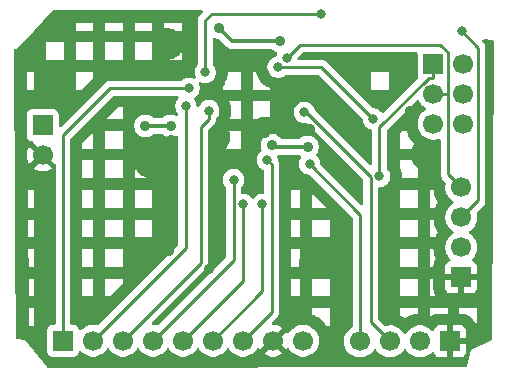
<source format=gbr>
%TF.GenerationSoftware,KiCad,Pcbnew,9.0.2*%
%TF.CreationDate,2025-09-04T16:38:10+03:00*%
%TF.ProjectId,MCU Data Logger,4d435520-4461-4746-9120-4c6f67676572,rev?*%
%TF.SameCoordinates,Original*%
%TF.FileFunction,Copper,L2,Bot*%
%TF.FilePolarity,Positive*%
%FSLAX46Y46*%
G04 Gerber Fmt 4.6, Leading zero omitted, Abs format (unit mm)*
G04 Created by KiCad (PCBNEW 9.0.2) date 2025-09-04 16:38:10*
%MOMM*%
%LPD*%
G01*
G04 APERTURE LIST*
%TA.AperFunction,ComponentPad*%
%ADD10R,1.700000X1.700000*%
%TD*%
%TA.AperFunction,ComponentPad*%
%ADD11C,1.700000*%
%TD*%
%TA.AperFunction,ViaPad*%
%ADD12C,0.900000*%
%TD*%
%TA.AperFunction,ViaPad*%
%ADD13C,0.800000*%
%TD*%
%TA.AperFunction,Conductor*%
%ADD14C,0.350000*%
%TD*%
%TA.AperFunction,Conductor*%
%ADD15C,0.250000*%
%TD*%
G04 APERTURE END LIST*
D10*
%TO.P,ICSP,1,Pin_1*%
%TO.N,/MISO*%
X162555000Y-37693600D03*
D11*
%TO.P,ICSP,2,Pin_2*%
%TO.N,/VCC*%
X165095000Y-37693600D03*
%TO.P,ICSP,3,Pin_3*%
%TO.N,/SCL*%
X162555000Y-40233600D03*
%TO.P,ICSP,4,Pin_4*%
%TO.N,/MOSI*%
X165095000Y-40233600D03*
%TO.P,ICSP,5,Pin_5*%
%TO.N,/RESET*%
X162555000Y-42773600D03*
%TO.P,ICSP,6,Pin_6*%
%TO.N,GND*%
X165095000Y-42773600D03*
%TD*%
D10*
%TO.P,UART,1,Pin_1*%
%TO.N,GND*%
X163957000Y-61204000D03*
D11*
%TO.P,UART,2,Pin_2*%
%TO.N,/VCC*%
X161417000Y-61204000D03*
%TO.P,UART,3,Pin_3*%
%TO.N,/RX*%
X158877001Y-61204000D03*
%TO.P,UART,4,Pin_4*%
%TO.N,/TX*%
X156337000Y-61204000D03*
%TD*%
D10*
%TO.P,I2C,1,Pin_1*%
%TO.N,GND*%
X164896800Y-55778400D03*
D11*
%TO.P,I2C,2,Pin_2*%
%TO.N,/VCC*%
X164896800Y-53238400D03*
%TO.P,I2C,3,Pin_3*%
%TO.N,/SDA*%
X164896800Y-50698401D03*
%TO.P,I2C,4,Pin_4*%
%TO.N,/SCL*%
X164896800Y-48158400D03*
%TD*%
D10*
%TO.P,DIO,1,Pin_1*%
%TO.N,/D2*%
X131191000Y-61149000D03*
D11*
%TO.P,DIO,2,Pin_2*%
%TO.N,/D3*%
X133731000Y-61149000D03*
%TO.P,DIO,3,Pin_3*%
%TO.N,/D4*%
X136270999Y-61149000D03*
%TO.P,DIO,4,Pin_4*%
%TO.N,/D5*%
X138811000Y-61149000D03*
%TO.P,DIO,5,Pin_5*%
%TO.N,/D6*%
X141351000Y-61149000D03*
%TO.P,DIO,6,Pin_6*%
%TO.N,/D7*%
X143891000Y-61149000D03*
%TO.P,DIO,7,Pin_7*%
%TO.N,/D8*%
X146431000Y-61149000D03*
%TO.P,DIO,8,Pin_8*%
%TO.N,GND*%
X148971001Y-61149000D03*
%TO.P,DIO,9,Pin_9*%
%TO.N,/VCC*%
X151511000Y-61149000D03*
%TD*%
D10*
%TO.P,VCC,1,+*%
%TO.N,/VCC*%
X129463800Y-42906800D03*
D11*
%TO.P,VCC,2,-*%
%TO.N,GND*%
X129463800Y-45446800D03*
%TD*%
D12*
%TO.N,/VCC*%
X151892000Y-44729400D03*
X149556781Y-35791853D03*
X140296400Y-42951400D03*
X148869400Y-44602400D03*
X138163800Y-42951400D03*
X144375500Y-34645600D03*
%TO.N,GND*%
X144035100Y-43889900D03*
X143586200Y-55067200D03*
X138607800Y-46075600D03*
X152071700Y-43265600D03*
X155709700Y-37892700D03*
X138494000Y-54000400D03*
X140296400Y-44119800D03*
X148250700Y-43534700D03*
X160578400Y-41735400D03*
X140048900Y-36026000D03*
X140144000Y-53569275D03*
X161925000Y-45389800D03*
X138516400Y-38692100D03*
X130308300Y-39053600D03*
X152472700Y-54610600D03*
D13*
%TO.N,/SCL*%
X150133000Y-37185600D03*
%TO.N,/SDA*%
X143230600Y-38424600D03*
X153035000Y-33451800D03*
X164929000Y-34951400D03*
%TO.N,/RX*%
X151616900Y-41816900D03*
%TO.N,/TX*%
X152071700Y-46205000D03*
%TO.N,/D6*%
X146427400Y-49614300D03*
%TO.N,/D2*%
X141871700Y-39775200D03*
%TO.N,/D4*%
X143535400Y-41675000D03*
%TO.N,/D7*%
X148075800Y-49614300D03*
%TO.N,/D8*%
X148475800Y-45843700D03*
%TO.N,/D5*%
X145633300Y-47507600D03*
%TO.N,/D3*%
X141587200Y-41255100D03*
%TO.N,/RESET*%
X157448500Y-42370500D03*
X149387900Y-37990800D03*
%TO.N,/MISO*%
X157976500Y-47241500D03*
%TD*%
D14*
%TO.N,/VCC*%
X149556781Y-35791853D02*
X145521753Y-35791853D01*
X151892000Y-44729400D02*
X148996400Y-44729400D01*
X148996400Y-44729400D02*
X148869400Y-44602400D01*
X140296400Y-42951400D02*
X138163800Y-42951400D01*
X145521753Y-35791853D02*
X144375500Y-34645600D01*
%TO.N,GND*%
X140092525Y-53517800D02*
X138976600Y-53517800D01*
X138976600Y-53517800D02*
X138494000Y-54000400D01*
X140144000Y-53569275D02*
X140092525Y-53517800D01*
D15*
%TO.N,/SCL*%
X163789700Y-47051300D02*
X163789700Y-40233600D01*
X163141400Y-36087500D02*
X163789700Y-36735800D01*
X162555000Y-40233600D02*
X163789700Y-40233600D01*
X150133000Y-37185600D02*
X151231100Y-36087500D01*
X163789700Y-36735800D02*
X163789700Y-40233600D01*
X164896800Y-48158400D02*
X163789700Y-47051300D01*
X151231100Y-36087500D02*
X163141400Y-36087500D01*
%TO.N,/SDA*%
X166325700Y-36348100D02*
X164929000Y-34951400D01*
X143230600Y-38424600D02*
X143230600Y-34010600D01*
X143789400Y-33451800D02*
X153035000Y-33451800D01*
X166325700Y-49269500D02*
X166325700Y-36348100D01*
X143230600Y-34010600D02*
X143789400Y-33451800D01*
X164896800Y-50698400D02*
X166325700Y-49269500D01*
%TO.N,/RX*%
X151616900Y-41816900D02*
X151801300Y-41816900D01*
X151801300Y-41816900D02*
X157249800Y-47265400D01*
X157249800Y-47265400D02*
X157249800Y-59576800D01*
X157249800Y-59576800D02*
X158877000Y-61204000D01*
%TO.N,/TX*%
X156337000Y-50470300D02*
X156337000Y-61204000D01*
X152071700Y-46205000D02*
X156337000Y-50470300D01*
%TO.N,/D6*%
X146427400Y-56072600D02*
X146427400Y-49614300D01*
X141351000Y-61149000D02*
X146427400Y-56072600D01*
%TO.N,/D2*%
X131191000Y-43764200D02*
X135180000Y-39775200D01*
X131191000Y-61149000D02*
X131191000Y-43764200D01*
X135180000Y-39775200D02*
X141871700Y-39775200D01*
%TO.N,/D4*%
X143535400Y-42381800D02*
X142852500Y-43064700D01*
X142852500Y-54567500D02*
X136271000Y-61149000D01*
X142852500Y-43064700D02*
X142852500Y-54567500D01*
X143535400Y-41675000D02*
X143535400Y-42381800D01*
%TO.N,/D7*%
X143891000Y-61149000D02*
X148075800Y-56964200D01*
X148075800Y-56964200D02*
X148075800Y-49614300D01*
%TO.N,/D8*%
X148859500Y-46227400D02*
X148859500Y-58720500D01*
X148859500Y-58720500D02*
X146431000Y-61149000D01*
X148475800Y-45843700D02*
X148859500Y-46227400D01*
%TO.N,/D5*%
X145633300Y-54326700D02*
X138811000Y-61149000D01*
X145633300Y-47507600D02*
X145633300Y-54326700D01*
%TO.N,/D3*%
X133731000Y-61149000D02*
X141587200Y-53292800D01*
X141587200Y-53292800D02*
X141587200Y-41255100D01*
%TO.N,/RESET*%
X157448500Y-42370500D02*
X153068800Y-37990800D01*
X153068800Y-37990800D02*
X149387900Y-37990800D01*
%TO.N,/MISO*%
X162187300Y-38870300D02*
X157976500Y-43081100D01*
X157976500Y-43081100D02*
X157976500Y-47241500D01*
X162555000Y-37693600D02*
X162555000Y-38870300D01*
X162555000Y-38870300D02*
X162187300Y-38870300D01*
%TD*%
%TA.AperFunction,Conductor*%
%TO.N,GND*%
G36*
X142907098Y-33150242D02*
G01*
X142974120Y-33169975D01*
X143019836Y-33222812D01*
X143029729Y-33291978D01*
X143000657Y-33355512D01*
X142994686Y-33361922D01*
X142951489Y-33405120D01*
X142831869Y-33524740D01*
X142831867Y-33524742D01*
X142788304Y-33568305D01*
X142744741Y-33611867D01*
X142729783Y-33634252D01*
X142729784Y-33634253D01*
X142676289Y-33714312D01*
X142676287Y-33714316D01*
X142647584Y-33783610D01*
X142647585Y-33783611D01*
X142629137Y-33828148D01*
X142629136Y-33828151D01*
X142629136Y-33828152D01*
X142629135Y-33828155D01*
X142619151Y-33878345D01*
X142619152Y-33878346D01*
X142605878Y-33945085D01*
X142605874Y-33945103D01*
X142605100Y-33948988D01*
X142605100Y-37725238D01*
X142585415Y-37792277D01*
X142568781Y-37812919D01*
X142531138Y-37850561D01*
X142531135Y-37850565D01*
X142432590Y-37998046D01*
X142432583Y-37998059D01*
X142364706Y-38161932D01*
X142364703Y-38161941D01*
X142330100Y-38335904D01*
X142330100Y-38513295D01*
X142364703Y-38687258D01*
X142364706Y-38687267D01*
X142408869Y-38793887D01*
X142416338Y-38863357D01*
X142385062Y-38925836D01*
X142324973Y-38961487D01*
X142255148Y-38958993D01*
X142246856Y-38955900D01*
X142134367Y-38909306D01*
X142134358Y-38909303D01*
X141960394Y-38874700D01*
X141960391Y-38874700D01*
X141783009Y-38874700D01*
X141783006Y-38874700D01*
X141609041Y-38909303D01*
X141609032Y-38909306D01*
X141445159Y-38977183D01*
X141445146Y-38977190D01*
X141297665Y-39075735D01*
X141297661Y-39075738D01*
X141260021Y-39113380D01*
X141198699Y-39146866D01*
X141172339Y-39149700D01*
X135118389Y-39149700D01*
X135057971Y-39161718D01*
X134997548Y-39173737D01*
X134997543Y-39173738D01*
X134963546Y-39187820D01*
X134950397Y-39193267D01*
X134883719Y-39220885D01*
X134883715Y-39220888D01*
X134868453Y-39231086D01*
X134781268Y-39289340D01*
X134745510Y-39325099D01*
X134694142Y-39376467D01*
X131025980Y-43044629D01*
X130964657Y-43078114D01*
X130894965Y-43073130D01*
X130839032Y-43031258D01*
X130814615Y-42965794D01*
X130814299Y-42956948D01*
X130814299Y-42008929D01*
X130814298Y-42008923D01*
X130814297Y-42008916D01*
X130807891Y-41949317D01*
X130803545Y-41937666D01*
X130757597Y-41814471D01*
X130757593Y-41814464D01*
X130671347Y-41699255D01*
X130671344Y-41699252D01*
X130556135Y-41613006D01*
X130556128Y-41613002D01*
X130421282Y-41562708D01*
X130421283Y-41562708D01*
X130361683Y-41556301D01*
X130361681Y-41556300D01*
X130361673Y-41556300D01*
X130361664Y-41556300D01*
X128565929Y-41556300D01*
X128565923Y-41556301D01*
X128506316Y-41562708D01*
X128371471Y-41613002D01*
X128371464Y-41613006D01*
X128256255Y-41699252D01*
X128256252Y-41699255D01*
X128170006Y-41814464D01*
X128170002Y-41814471D01*
X128119708Y-41949317D01*
X128114163Y-42000900D01*
X128113301Y-42008923D01*
X128113300Y-42008935D01*
X128113300Y-43804670D01*
X128113301Y-43804676D01*
X128119708Y-43864283D01*
X128170002Y-43999128D01*
X128170006Y-43999135D01*
X128256252Y-44114344D01*
X128256255Y-44114347D01*
X128371464Y-44200593D01*
X128371471Y-44200597D01*
X128394588Y-44209219D01*
X128506317Y-44250891D01*
X128565927Y-44257300D01*
X128576485Y-44257299D01*
X128643523Y-44276979D01*
X128664172Y-44293618D01*
X129334391Y-44963837D01*
X129270807Y-44980875D01*
X129156793Y-45046701D01*
X129063701Y-45139793D01*
X128997875Y-45253807D01*
X128980837Y-45317391D01*
X128348528Y-44685082D01*
X128348527Y-44685082D01*
X128309180Y-44739239D01*
X128212704Y-44928582D01*
X128147042Y-45130669D01*
X128147042Y-45130672D01*
X128113800Y-45340553D01*
X128113800Y-45553046D01*
X128147042Y-45762927D01*
X128147042Y-45762930D01*
X128212704Y-45965017D01*
X128309175Y-46154350D01*
X128348528Y-46208516D01*
X128980837Y-45576208D01*
X128997875Y-45639793D01*
X129063701Y-45753807D01*
X129156793Y-45846899D01*
X129270807Y-45912725D01*
X129334390Y-45929762D01*
X128702082Y-46562069D01*
X128702082Y-46562070D01*
X128756249Y-46601424D01*
X128945582Y-46697895D01*
X129147670Y-46763557D01*
X129357554Y-46796800D01*
X129570046Y-46796800D01*
X129779927Y-46763557D01*
X129779930Y-46763557D01*
X129982017Y-46697895D01*
X130171354Y-46601422D01*
X130225516Y-46562070D01*
X130225517Y-46562070D01*
X129593208Y-45929762D01*
X129656793Y-45912725D01*
X129770807Y-45846899D01*
X129863899Y-45753807D01*
X129929725Y-45639793D01*
X129946762Y-45576208D01*
X130529181Y-46158627D01*
X130562666Y-46219950D01*
X130565500Y-46246308D01*
X130565500Y-59674500D01*
X130545815Y-59741539D01*
X130493011Y-59787294D01*
X130441501Y-59798500D01*
X130293130Y-59798500D01*
X130293123Y-59798501D01*
X130233516Y-59804908D01*
X130098671Y-59855202D01*
X130098664Y-59855206D01*
X129983455Y-59941452D01*
X129983452Y-59941455D01*
X129897206Y-60056664D01*
X129897202Y-60056671D01*
X129846908Y-60191517D01*
X129840501Y-60251116D01*
X129840500Y-60251135D01*
X129840500Y-62046870D01*
X129840501Y-62046876D01*
X129846908Y-62106483D01*
X129897202Y-62241328D01*
X129897206Y-62241335D01*
X129983452Y-62356544D01*
X129983455Y-62356547D01*
X130098664Y-62442793D01*
X130098671Y-62442797D01*
X130233517Y-62493091D01*
X130233516Y-62493091D01*
X130240444Y-62493835D01*
X130293127Y-62499500D01*
X132088872Y-62499499D01*
X132148483Y-62493091D01*
X132283331Y-62442796D01*
X132398546Y-62356546D01*
X132484796Y-62241331D01*
X132533810Y-62109916D01*
X132575681Y-62053984D01*
X132641145Y-62029566D01*
X132709418Y-62044417D01*
X132737673Y-62065569D01*
X132851213Y-62179109D01*
X133023179Y-62304048D01*
X133023181Y-62304049D01*
X133023184Y-62304051D01*
X133212588Y-62400557D01*
X133414757Y-62466246D01*
X133624713Y-62499500D01*
X133624714Y-62499500D01*
X133837286Y-62499500D01*
X133837287Y-62499500D01*
X134047243Y-62466246D01*
X134249412Y-62400557D01*
X134438816Y-62304051D01*
X134525138Y-62241335D01*
X134610786Y-62179109D01*
X134610788Y-62179106D01*
X134610792Y-62179104D01*
X134761104Y-62028792D01*
X134761106Y-62028788D01*
X134761109Y-62028786D01*
X134886048Y-61856820D01*
X134886050Y-61856817D01*
X134886051Y-61856816D01*
X134890512Y-61848058D01*
X134938483Y-61797262D01*
X135006303Y-61780464D01*
X135072440Y-61802998D01*
X135111483Y-61848054D01*
X135115948Y-61856817D01*
X135240889Y-62028786D01*
X135391212Y-62179109D01*
X135563178Y-62304048D01*
X135563180Y-62304049D01*
X135563183Y-62304051D01*
X135752587Y-62400557D01*
X135954756Y-62466246D01*
X136164712Y-62499500D01*
X136164713Y-62499500D01*
X136377285Y-62499500D01*
X136377286Y-62499500D01*
X136587242Y-62466246D01*
X136789411Y-62400557D01*
X136978815Y-62304051D01*
X137065137Y-62241335D01*
X137150785Y-62179109D01*
X137150787Y-62179106D01*
X137150791Y-62179104D01*
X137301103Y-62028792D01*
X137301105Y-62028788D01*
X137301108Y-62028786D01*
X137426047Y-61856821D01*
X137428371Y-61852260D01*
X137430512Y-61848056D01*
X137478483Y-61797260D01*
X137546303Y-61780462D01*
X137612439Y-61802996D01*
X137651483Y-61848052D01*
X137655949Y-61856817D01*
X137780890Y-62028786D01*
X137931213Y-62179109D01*
X138103179Y-62304048D01*
X138103181Y-62304049D01*
X138103184Y-62304051D01*
X138292588Y-62400557D01*
X138494757Y-62466246D01*
X138704713Y-62499500D01*
X138704714Y-62499500D01*
X138917286Y-62499500D01*
X138917287Y-62499500D01*
X139127243Y-62466246D01*
X139329412Y-62400557D01*
X139518816Y-62304051D01*
X139605138Y-62241335D01*
X139690786Y-62179109D01*
X139690788Y-62179106D01*
X139690792Y-62179104D01*
X139841104Y-62028792D01*
X139841106Y-62028788D01*
X139841109Y-62028786D01*
X139966048Y-61856820D01*
X139966050Y-61856817D01*
X139966051Y-61856816D01*
X139970514Y-61848054D01*
X140018488Y-61797259D01*
X140086308Y-61780463D01*
X140152444Y-61802999D01*
X140191484Y-61848054D01*
X140193628Y-61852260D01*
X140195951Y-61856820D01*
X140320890Y-62028786D01*
X140471213Y-62179109D01*
X140643179Y-62304048D01*
X140643181Y-62304049D01*
X140643184Y-62304051D01*
X140832588Y-62400557D01*
X141034757Y-62466246D01*
X141244713Y-62499500D01*
X141244714Y-62499500D01*
X141457286Y-62499500D01*
X141457287Y-62499500D01*
X141667243Y-62466246D01*
X141869412Y-62400557D01*
X142058816Y-62304051D01*
X142145138Y-62241335D01*
X142230786Y-62179109D01*
X142230788Y-62179106D01*
X142230792Y-62179104D01*
X142381104Y-62028792D01*
X142381106Y-62028788D01*
X142381109Y-62028786D01*
X142506048Y-61856820D01*
X142506050Y-61856817D01*
X142506051Y-61856816D01*
X142510514Y-61848054D01*
X142558488Y-61797259D01*
X142626308Y-61780463D01*
X142692444Y-61802999D01*
X142731484Y-61848054D01*
X142733628Y-61852260D01*
X142735951Y-61856820D01*
X142860890Y-62028786D01*
X143011213Y-62179109D01*
X143183179Y-62304048D01*
X143183181Y-62304049D01*
X143183184Y-62304051D01*
X143372588Y-62400557D01*
X143574757Y-62466246D01*
X143784713Y-62499500D01*
X143784714Y-62499500D01*
X143997286Y-62499500D01*
X143997287Y-62499500D01*
X144207243Y-62466246D01*
X144409412Y-62400557D01*
X144598816Y-62304051D01*
X144685138Y-62241335D01*
X144770786Y-62179109D01*
X144770788Y-62179106D01*
X144770792Y-62179104D01*
X144921104Y-62028792D01*
X144921106Y-62028788D01*
X144921109Y-62028786D01*
X145046048Y-61856820D01*
X145046050Y-61856817D01*
X145046051Y-61856816D01*
X145050514Y-61848054D01*
X145098488Y-61797259D01*
X145166308Y-61780463D01*
X145232444Y-61802999D01*
X145271484Y-61848054D01*
X145273628Y-61852260D01*
X145275951Y-61856820D01*
X145400890Y-62028786D01*
X145551213Y-62179109D01*
X145723179Y-62304048D01*
X145723181Y-62304049D01*
X145723184Y-62304051D01*
X145912588Y-62400557D01*
X146114757Y-62466246D01*
X146324713Y-62499500D01*
X146324714Y-62499500D01*
X146537286Y-62499500D01*
X146537287Y-62499500D01*
X146747243Y-62466246D01*
X146949412Y-62400557D01*
X147138816Y-62304051D01*
X147225138Y-62241335D01*
X147310786Y-62179109D01*
X147310788Y-62179106D01*
X147310792Y-62179104D01*
X147461104Y-62028792D01*
X147461106Y-62028788D01*
X147461109Y-62028786D01*
X147586048Y-61856820D01*
X147586050Y-61856817D01*
X147586051Y-61856816D01*
X147590795Y-61847504D01*
X147638767Y-61796708D01*
X147706587Y-61779911D01*
X147772723Y-61802446D01*
X147811766Y-61847503D01*
X147816374Y-61856547D01*
X147855729Y-61910716D01*
X148488038Y-61278408D01*
X148505076Y-61341993D01*
X148570902Y-61456007D01*
X148663994Y-61549099D01*
X148778008Y-61614925D01*
X148841591Y-61631962D01*
X148209283Y-62264269D01*
X148209283Y-62264270D01*
X148263450Y-62303624D01*
X148452783Y-62400095D01*
X148654871Y-62465757D01*
X148864755Y-62499000D01*
X149077247Y-62499000D01*
X149287128Y-62465757D01*
X149287131Y-62465757D01*
X149489218Y-62400095D01*
X149678555Y-62303622D01*
X149732717Y-62264270D01*
X149732718Y-62264270D01*
X149100409Y-61631962D01*
X149163994Y-61614925D01*
X149278008Y-61549099D01*
X149371100Y-61456007D01*
X149436926Y-61341993D01*
X149453963Y-61278408D01*
X150086271Y-61910717D01*
X150086271Y-61910716D01*
X150125624Y-61856553D01*
X150130231Y-61847511D01*
X150178202Y-61796712D01*
X150246022Y-61779912D01*
X150312158Y-61802446D01*
X150351202Y-61847501D01*
X150355949Y-61856817D01*
X150480890Y-62028786D01*
X150631213Y-62179109D01*
X150803179Y-62304048D01*
X150803181Y-62304049D01*
X150803184Y-62304051D01*
X150992588Y-62400557D01*
X151194757Y-62466246D01*
X151404713Y-62499500D01*
X151404714Y-62499500D01*
X151617286Y-62499500D01*
X151617287Y-62499500D01*
X151827243Y-62466246D01*
X152029412Y-62400557D01*
X152218816Y-62304051D01*
X152305138Y-62241335D01*
X152390786Y-62179109D01*
X152390788Y-62179106D01*
X152390792Y-62179104D01*
X152541104Y-62028792D01*
X152541106Y-62028788D01*
X152541109Y-62028786D01*
X152666048Y-61856820D01*
X152666050Y-61856817D01*
X152666051Y-61856816D01*
X152762557Y-61667412D01*
X152828246Y-61465243D01*
X152861500Y-61255287D01*
X152861500Y-61042713D01*
X152828246Y-60832757D01*
X152762557Y-60630588D01*
X152666051Y-60441184D01*
X152666049Y-60441181D01*
X152666048Y-60441179D01*
X152541109Y-60269213D01*
X152390786Y-60118890D01*
X152218820Y-59993951D01*
X152029414Y-59897444D01*
X152029413Y-59897443D01*
X152029412Y-59897443D01*
X151827243Y-59831754D01*
X151827241Y-59831753D01*
X151827240Y-59831753D01*
X151665957Y-59806208D01*
X151617287Y-59798500D01*
X151404713Y-59798500D01*
X151356042Y-59806208D01*
X151194760Y-59831753D01*
X151106896Y-59860302D01*
X151012181Y-59891077D01*
X150992585Y-59897444D01*
X150803179Y-59993951D01*
X150631213Y-60118890D01*
X150480890Y-60269213D01*
X150355950Y-60441181D01*
X150351201Y-60450501D01*
X150303223Y-60501294D01*
X150235402Y-60518086D01*
X150169268Y-60495545D01*
X150130232Y-60450491D01*
X150125625Y-60441449D01*
X150086271Y-60387282D01*
X150086270Y-60387282D01*
X149453963Y-61019590D01*
X149436926Y-60956007D01*
X149371100Y-60841993D01*
X149278008Y-60748901D01*
X149163994Y-60683075D01*
X149100409Y-60666037D01*
X149732717Y-60033728D01*
X149678551Y-59994375D01*
X149489218Y-59897904D01*
X149287130Y-59832242D01*
X149077247Y-59799000D01*
X148964953Y-59799000D01*
X148897914Y-59779315D01*
X148852159Y-59726511D01*
X148842215Y-59657353D01*
X148871240Y-59593797D01*
X148877272Y-59587319D01*
X149345355Y-59119236D01*
X149345355Y-59119235D01*
X149345358Y-59119233D01*
X149413812Y-59016785D01*
X149454204Y-58919269D01*
X152248500Y-58919269D01*
X152356441Y-58954342D01*
X152361037Y-58955936D01*
X152388647Y-58966121D01*
X152393175Y-58967893D01*
X152429392Y-58982891D01*
X152433861Y-58984846D01*
X152460636Y-58997189D01*
X152465019Y-58999314D01*
X152689361Y-59113622D01*
X152693654Y-59115917D01*
X152719350Y-59130307D01*
X152723550Y-59132769D01*
X152756973Y-59153250D01*
X152761073Y-59155874D01*
X152785568Y-59172240D01*
X152789565Y-59175026D01*
X152993269Y-59323025D01*
X152997157Y-59325968D01*
X153020316Y-59344227D01*
X153024081Y-59347317D01*
X153053888Y-59372778D01*
X153057527Y-59376012D01*
X153079132Y-59395986D01*
X153082636Y-59399356D01*
X153260644Y-59577364D01*
X153264014Y-59580868D01*
X153283988Y-59602473D01*
X153287222Y-59606112D01*
X153312683Y-59635919D01*
X153315773Y-59639684D01*
X153334032Y-59662843D01*
X153336975Y-59666731D01*
X153484974Y-59870435D01*
X153487760Y-59874432D01*
X153498881Y-59891077D01*
X153750500Y-59891077D01*
X153750500Y-58389077D01*
X152248500Y-58389077D01*
X152248500Y-58919269D01*
X149454204Y-58919269D01*
X149460963Y-58902951D01*
X149485001Y-58782106D01*
X149485001Y-58658893D01*
X149485001Y-58653783D01*
X149485000Y-58653757D01*
X149485000Y-57391077D01*
X150483000Y-57391077D01*
X151250500Y-57391077D01*
X151250500Y-55915593D01*
X152248500Y-55915593D01*
X152248500Y-57391077D01*
X153750500Y-57391077D01*
X153750500Y-55889077D01*
X152822507Y-55889077D01*
X152792019Y-55898983D01*
X152773099Y-55903525D01*
X152586540Y-55933073D01*
X152567142Y-55934600D01*
X152378258Y-55934600D01*
X152358860Y-55933073D01*
X152248500Y-55915593D01*
X151250500Y-55915593D01*
X151250500Y-55889077D01*
X150483000Y-55889077D01*
X150483000Y-57391077D01*
X149485000Y-57391077D01*
X149485000Y-54891077D01*
X150483000Y-54891077D01*
X151176620Y-54891077D01*
X151150227Y-54724440D01*
X151148700Y-54705042D01*
X151148700Y-54516158D01*
X151150227Y-54496760D01*
X151179775Y-54310201D01*
X151184317Y-54291281D01*
X151242685Y-54111642D01*
X151250131Y-54093665D01*
X151250500Y-54092940D01*
X151250500Y-53389077D01*
X150483000Y-53389077D01*
X150483000Y-54891077D01*
X149485000Y-54891077D01*
X149485000Y-52391077D01*
X150483000Y-52391077D01*
X151250500Y-52391077D01*
X152248500Y-52391077D01*
X153750500Y-52391077D01*
X153750500Y-50889077D01*
X152248500Y-50889077D01*
X152248500Y-52391077D01*
X151250500Y-52391077D01*
X151250500Y-50889077D01*
X150483000Y-50889077D01*
X150483000Y-52391077D01*
X149485000Y-52391077D01*
X149485000Y-49891077D01*
X150483000Y-49891077D01*
X151250500Y-49891077D01*
X152248500Y-49891077D01*
X153461803Y-49891077D01*
X152248500Y-48677774D01*
X152248500Y-49891077D01*
X151250500Y-49891077D01*
X151250500Y-48389077D01*
X150483000Y-48389077D01*
X150483000Y-49891077D01*
X149485000Y-49891077D01*
X149485000Y-46165793D01*
X149484999Y-46165789D01*
X149475157Y-46116309D01*
X149460963Y-46044948D01*
X149441703Y-45998452D01*
X149418459Y-45942333D01*
X149418458Y-45942332D01*
X149414342Y-45932395D01*
X149413812Y-45931115D01*
X149401524Y-45912725D01*
X149397199Y-45906252D01*
X149376320Y-45839575D01*
X149376300Y-45837360D01*
X149376300Y-45755006D01*
X149376299Y-45755004D01*
X149341695Y-45581041D01*
X149341694Y-45581034D01*
X149339753Y-45576349D01*
X149332286Y-45506882D01*
X149363562Y-45444403D01*
X149423651Y-45408751D01*
X149454316Y-45404900D01*
X151171927Y-45404900D01*
X151238966Y-45424585D01*
X151259608Y-45441219D01*
X151286088Y-45467699D01*
X151286096Y-45467705D01*
X151317961Y-45488997D01*
X151362767Y-45542609D01*
X151371474Y-45611934D01*
X151352173Y-45660990D01*
X151273690Y-45778446D01*
X151273683Y-45778459D01*
X151205806Y-45942332D01*
X151205803Y-45942341D01*
X151171200Y-46116304D01*
X151171200Y-46293695D01*
X151205803Y-46467658D01*
X151205806Y-46467667D01*
X151273683Y-46631540D01*
X151273690Y-46631553D01*
X151372235Y-46779034D01*
X151372238Y-46779038D01*
X151497661Y-46904461D01*
X151497665Y-46904464D01*
X151645146Y-47003009D01*
X151645159Y-47003016D01*
X151768063Y-47053923D01*
X151809034Y-47070894D01*
X151809036Y-47070894D01*
X151809041Y-47070896D01*
X151983004Y-47105499D01*
X151983007Y-47105500D01*
X151983009Y-47105500D01*
X152036248Y-47105500D01*
X152103287Y-47125185D01*
X152123929Y-47141819D01*
X155675181Y-50693071D01*
X155708666Y-50754394D01*
X155711500Y-50780752D01*
X155711500Y-59931019D01*
X155691815Y-59998058D01*
X155643797Y-60041503D01*
X155629180Y-60048950D01*
X155457213Y-60173890D01*
X155306890Y-60324213D01*
X155181951Y-60496179D01*
X155085444Y-60685585D01*
X155085443Y-60685587D01*
X155085443Y-60685588D01*
X155079461Y-60704000D01*
X155019753Y-60887760D01*
X155004357Y-60984969D01*
X154986500Y-61097713D01*
X154986500Y-61310287D01*
X155019754Y-61520243D01*
X155069617Y-61673706D01*
X155085444Y-61722414D01*
X155181951Y-61911820D01*
X155306890Y-62083786D01*
X155457213Y-62234109D01*
X155629179Y-62359048D01*
X155629181Y-62359049D01*
X155629184Y-62359051D01*
X155818588Y-62455557D01*
X156020757Y-62521246D01*
X156230713Y-62554500D01*
X156230714Y-62554500D01*
X156443286Y-62554500D01*
X156443287Y-62554500D01*
X156653243Y-62521246D01*
X156855412Y-62455557D01*
X157044816Y-62359051D01*
X157120522Y-62304048D01*
X157216786Y-62234109D01*
X157216788Y-62234106D01*
X157216792Y-62234104D01*
X157367104Y-62083792D01*
X157367106Y-62083788D01*
X157367109Y-62083786D01*
X157492048Y-61911821D01*
X157492051Y-61911816D01*
X157496513Y-61903056D01*
X157544484Y-61852260D01*
X157612304Y-61835462D01*
X157678440Y-61857996D01*
X157717484Y-61903052D01*
X157721950Y-61911817D01*
X157846891Y-62083786D01*
X157997214Y-62234109D01*
X158169180Y-62359048D01*
X158169182Y-62359049D01*
X158169185Y-62359051D01*
X158358589Y-62455557D01*
X158560758Y-62521246D01*
X158770714Y-62554500D01*
X158770715Y-62554500D01*
X158983287Y-62554500D01*
X158983288Y-62554500D01*
X159193244Y-62521246D01*
X159395413Y-62455557D01*
X159584817Y-62359051D01*
X159660523Y-62304048D01*
X159756787Y-62234109D01*
X159756789Y-62234106D01*
X159756793Y-62234104D01*
X159907105Y-62083792D01*
X159907107Y-62083788D01*
X159907110Y-62083786D01*
X160032049Y-61911820D01*
X160032051Y-61911817D01*
X160032052Y-61911816D01*
X160036513Y-61903058D01*
X160084484Y-61852262D01*
X160152304Y-61835464D01*
X160218441Y-61857998D01*
X160257484Y-61903054D01*
X160261949Y-61911817D01*
X160386890Y-62083786D01*
X160537213Y-62234109D01*
X160709179Y-62359048D01*
X160709181Y-62359049D01*
X160709184Y-62359051D01*
X160898588Y-62455557D01*
X161100757Y-62521246D01*
X161310713Y-62554500D01*
X161310714Y-62554500D01*
X161523286Y-62554500D01*
X161523287Y-62554500D01*
X161733243Y-62521246D01*
X161935412Y-62455557D01*
X162124816Y-62359051D01*
X162211478Y-62296088D01*
X162296784Y-62234110D01*
X162296784Y-62234109D01*
X162296792Y-62234104D01*
X162410717Y-62120178D01*
X162472036Y-62086696D01*
X162541728Y-62091680D01*
X162597662Y-62133551D01*
X162614577Y-62164528D01*
X162663646Y-62296088D01*
X162663649Y-62296093D01*
X162749809Y-62411187D01*
X162749812Y-62411190D01*
X162864906Y-62497350D01*
X162864913Y-62497354D01*
X162999620Y-62547596D01*
X162999627Y-62547598D01*
X163059155Y-62553999D01*
X163059172Y-62554000D01*
X163707000Y-62554000D01*
X163707000Y-61637012D01*
X163764007Y-61669925D01*
X163891174Y-61704000D01*
X164022826Y-61704000D01*
X164149993Y-61669925D01*
X164207000Y-61637012D01*
X164207000Y-62554000D01*
X164854828Y-62554000D01*
X164854844Y-62553999D01*
X164914372Y-62547598D01*
X164914379Y-62547596D01*
X165049086Y-62497354D01*
X165049093Y-62497350D01*
X165164187Y-62411190D01*
X165164190Y-62411187D01*
X165250350Y-62296093D01*
X165250354Y-62296086D01*
X165300596Y-62161379D01*
X165300598Y-62161372D01*
X165306999Y-62101844D01*
X165307000Y-62101827D01*
X165307000Y-61454000D01*
X164390012Y-61454000D01*
X164422925Y-61396993D01*
X164457000Y-61269826D01*
X164457000Y-61138174D01*
X164422925Y-61011007D01*
X164390012Y-60954000D01*
X165307000Y-60954000D01*
X165307000Y-60306172D01*
X165306999Y-60306155D01*
X165300598Y-60246627D01*
X165300596Y-60246620D01*
X165250354Y-60111913D01*
X165250350Y-60111906D01*
X165164190Y-59996812D01*
X165164187Y-59996809D01*
X165049093Y-59910649D01*
X165049086Y-59910645D01*
X164914379Y-59860403D01*
X164914372Y-59860401D01*
X164854844Y-59854000D01*
X164207000Y-59854000D01*
X164207000Y-60770988D01*
X164149993Y-60738075D01*
X164022826Y-60704000D01*
X163891174Y-60704000D01*
X163764007Y-60738075D01*
X163707000Y-60770988D01*
X163707000Y-59854000D01*
X163059155Y-59854000D01*
X162999627Y-59860401D01*
X162999620Y-59860403D01*
X162864913Y-59910645D01*
X162864906Y-59910649D01*
X162749812Y-59996809D01*
X162749809Y-59996812D01*
X162663649Y-60111906D01*
X162663646Y-60111912D01*
X162614577Y-60243471D01*
X162572705Y-60299404D01*
X162507241Y-60323821D01*
X162438968Y-60308969D01*
X162410714Y-60287818D01*
X162296786Y-60173890D01*
X162124820Y-60048951D01*
X161935414Y-59952444D01*
X161935413Y-59952443D01*
X161935412Y-59952443D01*
X161733243Y-59886754D01*
X161733241Y-59886753D01*
X161733240Y-59886753D01*
X161571957Y-59861208D01*
X161523287Y-59853500D01*
X161310713Y-59853500D01*
X161262042Y-59861208D01*
X161100760Y-59886753D01*
X160898585Y-59952444D01*
X160709179Y-60048951D01*
X160537213Y-60173890D01*
X160386890Y-60324213D01*
X160261948Y-60496183D01*
X160257482Y-60504949D01*
X160209506Y-60555742D01*
X160141684Y-60572535D01*
X160075550Y-60549995D01*
X160036514Y-60504942D01*
X160032052Y-60496184D01*
X160032050Y-60496181D01*
X160032049Y-60496179D01*
X159907110Y-60324213D01*
X159756787Y-60173890D01*
X159584821Y-60048951D01*
X159395415Y-59952444D01*
X159395414Y-59952443D01*
X159395413Y-59952443D01*
X159193244Y-59886754D01*
X159193242Y-59886753D01*
X159193241Y-59886753D01*
X159031958Y-59861208D01*
X158983288Y-59853500D01*
X158770714Y-59853500D01*
X158719756Y-59861571D01*
X158560756Y-59886754D01*
X158545158Y-59891822D01*
X158475317Y-59893816D01*
X158419161Y-59861571D01*
X157911619Y-59354029D01*
X157878134Y-59292706D01*
X157875300Y-59266348D01*
X157875300Y-59018853D01*
X159748500Y-59018853D01*
X159754648Y-59021121D01*
X159759176Y-59022893D01*
X159795393Y-59037891D01*
X159799862Y-59039846D01*
X159826637Y-59052189D01*
X159831020Y-59054314D01*
X160055362Y-59168622D01*
X160059655Y-59170917D01*
X160085351Y-59185307D01*
X160089551Y-59187769D01*
X160122974Y-59208250D01*
X160127074Y-59210874D01*
X160147000Y-59224187D01*
X160166927Y-59210874D01*
X160171027Y-59208250D01*
X160204450Y-59187769D01*
X160208650Y-59185307D01*
X160234346Y-59170917D01*
X160238639Y-59168622D01*
X160462981Y-59054314D01*
X160467364Y-59052189D01*
X160494139Y-59039846D01*
X160498608Y-59037891D01*
X160534825Y-59022893D01*
X160539353Y-59021121D01*
X160566963Y-59010936D01*
X160571560Y-59009342D01*
X160585502Y-59004812D01*
X162248500Y-59004812D01*
X162262441Y-59009342D01*
X162267037Y-59010936D01*
X162294647Y-59021121D01*
X162299175Y-59022893D01*
X162335392Y-59037891D01*
X162339861Y-59039846D01*
X162360128Y-59049188D01*
X162417909Y-59017638D01*
X162425823Y-59013677D01*
X162474559Y-58991419D01*
X162482739Y-58988030D01*
X162680096Y-58914421D01*
X162687436Y-58911942D01*
X162732305Y-58898332D01*
X162739788Y-58896315D01*
X162800499Y-58881972D01*
X162808084Y-58880428D01*
X162854262Y-58872522D01*
X162861931Y-58871455D01*
X162965783Y-58860289D01*
X162969095Y-58859977D01*
X162989144Y-58858364D01*
X162992458Y-58858142D01*
X163019145Y-58856713D01*
X163022461Y-58856580D01*
X163042509Y-58856044D01*
X163045823Y-58856000D01*
X163750500Y-58856000D01*
X164748500Y-58856000D01*
X164868177Y-58856000D01*
X164871491Y-58856044D01*
X164891539Y-58856580D01*
X164894855Y-58856713D01*
X164921542Y-58858142D01*
X164924856Y-58858364D01*
X164944905Y-58859977D01*
X164948217Y-58860289D01*
X165052069Y-58871455D01*
X165059738Y-58872522D01*
X165105916Y-58880428D01*
X165113501Y-58881972D01*
X165174212Y-58896315D01*
X165181695Y-58898332D01*
X165226564Y-58911942D01*
X165233904Y-58914421D01*
X165431261Y-58988030D01*
X165439441Y-58991419D01*
X165488177Y-59013677D01*
X165496091Y-59017638D01*
X165558681Y-59051815D01*
X165566295Y-59056333D01*
X165611362Y-59085297D01*
X165618632Y-59090345D01*
X165790816Y-59219243D01*
X165797707Y-59224796D01*
X165838192Y-59259876D01*
X165844671Y-59265908D01*
X165895092Y-59316329D01*
X165901124Y-59322808D01*
X165936204Y-59363293D01*
X165941757Y-59370184D01*
X166070655Y-59542368D01*
X166075703Y-59549638D01*
X166104667Y-59594705D01*
X166109185Y-59602319D01*
X166143362Y-59664909D01*
X166147323Y-59672823D01*
X166169581Y-59721559D01*
X166172970Y-59729739D01*
X166233145Y-59891077D01*
X166250500Y-59891077D01*
X166250500Y-58389077D01*
X164748500Y-58389077D01*
X164748500Y-58856000D01*
X163750500Y-58856000D01*
X163750500Y-58389077D01*
X162248500Y-58389077D01*
X162248500Y-59004812D01*
X160585502Y-59004812D01*
X160810993Y-58931545D01*
X160815653Y-58930131D01*
X160843995Y-58922138D01*
X160848700Y-58920911D01*
X160886817Y-58911758D01*
X160891577Y-58910713D01*
X160920477Y-58904964D01*
X160925272Y-58904108D01*
X161173941Y-58864723D01*
X161178764Y-58864056D01*
X161207997Y-58860596D01*
X161212835Y-58860119D01*
X161250500Y-58857152D01*
X161250500Y-58389077D01*
X159748500Y-58389077D01*
X159748500Y-59018853D01*
X157875300Y-59018853D01*
X157875300Y-57391077D01*
X159748500Y-57391077D01*
X161250500Y-57391077D01*
X162248500Y-57391077D01*
X162751307Y-57391077D01*
X162749133Y-57387695D01*
X162744615Y-57380081D01*
X162710438Y-57317491D01*
X162706477Y-57309577D01*
X162684219Y-57260841D01*
X162680830Y-57252661D01*
X162607221Y-57055304D01*
X162604742Y-57047964D01*
X162591132Y-57003095D01*
X162589115Y-56995612D01*
X162574772Y-56934901D01*
X162573228Y-56927316D01*
X162565322Y-56881138D01*
X162564255Y-56873469D01*
X162553089Y-56769617D01*
X162552777Y-56766305D01*
X162551164Y-56746256D01*
X162550942Y-56742942D01*
X162549513Y-56716255D01*
X162549380Y-56712939D01*
X162548844Y-56692891D01*
X162548800Y-56689577D01*
X162548800Y-55889077D01*
X162248500Y-55889077D01*
X162248500Y-57391077D01*
X161250500Y-57391077D01*
X161250500Y-55889077D01*
X159748500Y-55889077D01*
X159748500Y-57391077D01*
X157875300Y-57391077D01*
X157875300Y-54891077D01*
X159748500Y-54891077D01*
X161250500Y-54891077D01*
X162248500Y-54891077D01*
X162548800Y-54891077D01*
X162548800Y-54867223D01*
X162548844Y-54863909D01*
X162549380Y-54843861D01*
X162549513Y-54840545D01*
X162550942Y-54813858D01*
X162551164Y-54810544D01*
X162552777Y-54790495D01*
X162553089Y-54787183D01*
X162564255Y-54683331D01*
X162565322Y-54675662D01*
X162573228Y-54629484D01*
X162574772Y-54621899D01*
X162589115Y-54561188D01*
X162591132Y-54553705D01*
X162604742Y-54508836D01*
X162607221Y-54501496D01*
X162680830Y-54304139D01*
X162684219Y-54295959D01*
X162706477Y-54247223D01*
X162710438Y-54239309D01*
X162741988Y-54181528D01*
X162732646Y-54161261D01*
X162730691Y-54156792D01*
X162715693Y-54120575D01*
X162713921Y-54116047D01*
X162703736Y-54088437D01*
X162702142Y-54083840D01*
X162624345Y-53844407D01*
X162622931Y-53839747D01*
X162614938Y-53811405D01*
X162613711Y-53806700D01*
X162604558Y-53768583D01*
X162603513Y-53763823D01*
X162597764Y-53734923D01*
X162596908Y-53730128D01*
X162557523Y-53481459D01*
X162556856Y-53476636D01*
X162553396Y-53447403D01*
X162552919Y-53442565D01*
X162549841Y-53403486D01*
X162549554Y-53398621D01*
X162549179Y-53389077D01*
X162248500Y-53389077D01*
X162248500Y-54891077D01*
X161250500Y-54891077D01*
X161250500Y-53389077D01*
X159748500Y-53389077D01*
X159748500Y-54891077D01*
X157875300Y-54891077D01*
X157875300Y-52391077D01*
X159748500Y-52391077D01*
X161250500Y-52391077D01*
X162248500Y-52391077D01*
X162702795Y-52391077D01*
X162703736Y-52388363D01*
X162713921Y-52360753D01*
X162715693Y-52356225D01*
X162730691Y-52320008D01*
X162732646Y-52315539D01*
X162744989Y-52288764D01*
X162747114Y-52284381D01*
X162861422Y-52060039D01*
X162863717Y-52055746D01*
X162878107Y-52030050D01*
X162880569Y-52025850D01*
X162901050Y-51992427D01*
X162903674Y-51988327D01*
X162916987Y-51968400D01*
X162903674Y-51948474D01*
X162901050Y-51944374D01*
X162880569Y-51910951D01*
X162878107Y-51906751D01*
X162863717Y-51881055D01*
X162861422Y-51876762D01*
X162747114Y-51652420D01*
X162744989Y-51648037D01*
X162732646Y-51621262D01*
X162730691Y-51616793D01*
X162715693Y-51580576D01*
X162713921Y-51576048D01*
X162703736Y-51548438D01*
X162702142Y-51543841D01*
X162624345Y-51304408D01*
X162622931Y-51299748D01*
X162614938Y-51271406D01*
X162613711Y-51266701D01*
X162604558Y-51228584D01*
X162603513Y-51223824D01*
X162597764Y-51194924D01*
X162596908Y-51190129D01*
X162557523Y-50941460D01*
X162556856Y-50936637D01*
X162553396Y-50907404D01*
X162552919Y-50902566D01*
X162551857Y-50889077D01*
X162248500Y-50889077D01*
X162248500Y-52391077D01*
X161250500Y-52391077D01*
X161250500Y-50889077D01*
X159748500Y-50889077D01*
X159748500Y-52391077D01*
X157875300Y-52391077D01*
X157875300Y-49891077D01*
X159748500Y-49891077D01*
X161250500Y-49891077D01*
X162248500Y-49891077D01*
X162689757Y-49891077D01*
X162702142Y-49852960D01*
X162703736Y-49848364D01*
X162713921Y-49820754D01*
X162715693Y-49816226D01*
X162730691Y-49780009D01*
X162732646Y-49775540D01*
X162744989Y-49748765D01*
X162747114Y-49744382D01*
X162861422Y-49520040D01*
X162863717Y-49515747D01*
X162878107Y-49490051D01*
X162880569Y-49485851D01*
X162901050Y-49452428D01*
X162903674Y-49448328D01*
X162916988Y-49428400D01*
X162903674Y-49408473D01*
X162901050Y-49404373D01*
X162880569Y-49370950D01*
X162878107Y-49366750D01*
X162863717Y-49341054D01*
X162861422Y-49336761D01*
X162747114Y-49112419D01*
X162744989Y-49108036D01*
X162732646Y-49081261D01*
X162730691Y-49076792D01*
X162715693Y-49040575D01*
X162713921Y-49036047D01*
X162703736Y-49008437D01*
X162702142Y-49003840D01*
X162624345Y-48764407D01*
X162622931Y-48759747D01*
X162614938Y-48731405D01*
X162613711Y-48726700D01*
X162604558Y-48688583D01*
X162603513Y-48683823D01*
X162597764Y-48654923D01*
X162596908Y-48650128D01*
X162557523Y-48401459D01*
X162556856Y-48396636D01*
X162555961Y-48389077D01*
X162248500Y-48389077D01*
X162248500Y-49891077D01*
X161250500Y-49891077D01*
X161250500Y-48389077D01*
X159748500Y-48389077D01*
X159748500Y-49891077D01*
X157875300Y-49891077D01*
X157875300Y-48266000D01*
X157894985Y-48198961D01*
X157947789Y-48153206D01*
X157999300Y-48142000D01*
X158065193Y-48142000D01*
X158065194Y-48141999D01*
X158123182Y-48130464D01*
X158239158Y-48107396D01*
X158239161Y-48107394D01*
X158239166Y-48107394D01*
X158403047Y-48039513D01*
X158550535Y-47940964D01*
X158675964Y-47815535D01*
X158774513Y-47668047D01*
X158842394Y-47504166D01*
X158877000Y-47330191D01*
X158877000Y-47152809D01*
X158877000Y-47152806D01*
X158876999Y-47152804D01*
X158842396Y-46978841D01*
X158842393Y-46978832D01*
X158774516Y-46814959D01*
X158774509Y-46814946D01*
X158675964Y-46667465D01*
X158675961Y-46667461D01*
X158638319Y-46629819D01*
X158604834Y-46568496D01*
X158603756Y-46558468D01*
X159748500Y-46558468D01*
X159773801Y-46619551D01*
X159775991Y-46625228D01*
X159788390Y-46659880D01*
X159790298Y-46665655D01*
X159804525Y-46712548D01*
X159806149Y-46718416D01*
X159815101Y-46754151D01*
X159816435Y-46760092D01*
X159860604Y-46982143D01*
X159861645Y-46988140D01*
X159867049Y-47024571D01*
X159867794Y-47030612D01*
X159872597Y-47079384D01*
X159873045Y-47085454D01*
X159874851Y-47122226D01*
X159875000Y-47128309D01*
X159875000Y-47354691D01*
X159874851Y-47360774D01*
X159873363Y-47391077D01*
X161250500Y-47391077D01*
X161250500Y-46532084D01*
X161239769Y-46526617D01*
X161223178Y-46516450D01*
X161070367Y-46405427D01*
X161055571Y-46392790D01*
X160922010Y-46259229D01*
X160909373Y-46244433D01*
X160798350Y-46091622D01*
X160788183Y-46075032D01*
X160702431Y-45906735D01*
X160695117Y-45889077D01*
X159748500Y-45889077D01*
X159748500Y-46558468D01*
X158603756Y-46558468D01*
X158602000Y-46542138D01*
X158602000Y-43605073D01*
X159748500Y-43605073D01*
X159748500Y-44891077D01*
X160694909Y-44891077D01*
X160694985Y-44890842D01*
X160702431Y-44872865D01*
X160788183Y-44704568D01*
X160798350Y-44687978D01*
X160909373Y-44535167D01*
X160922009Y-44520371D01*
X160951249Y-44491129D01*
X160805356Y-44345236D01*
X160801986Y-44341732D01*
X160782012Y-44320127D01*
X160778778Y-44316488D01*
X160753317Y-44286681D01*
X160750227Y-44282916D01*
X160731968Y-44259757D01*
X160729025Y-44255869D01*
X160581026Y-44052165D01*
X160578240Y-44048168D01*
X160561874Y-44023673D01*
X160559250Y-44019573D01*
X160538769Y-43986150D01*
X160536307Y-43981950D01*
X160521917Y-43956254D01*
X160519622Y-43951961D01*
X160405314Y-43727619D01*
X160403189Y-43723236D01*
X160390846Y-43696461D01*
X160388891Y-43691992D01*
X160373893Y-43655775D01*
X160372121Y-43651247D01*
X160361936Y-43623637D01*
X160360342Y-43619040D01*
X160285622Y-43389077D01*
X159964496Y-43389077D01*
X159748500Y-43605073D01*
X158602000Y-43605073D01*
X158602000Y-43391552D01*
X158621685Y-43324513D01*
X158638319Y-43303871D01*
X159876411Y-42065779D01*
X161144530Y-40797659D01*
X161205851Y-40764176D01*
X161275543Y-40769160D01*
X161331476Y-40811032D01*
X161342694Y-40829047D01*
X161399951Y-40941419D01*
X161524890Y-41113386D01*
X161675213Y-41263709D01*
X161847182Y-41388650D01*
X161855946Y-41393116D01*
X161906742Y-41441091D01*
X161923536Y-41508912D01*
X161900998Y-41575047D01*
X161855946Y-41614084D01*
X161847182Y-41618549D01*
X161675213Y-41743490D01*
X161524890Y-41893813D01*
X161399951Y-42065779D01*
X161303444Y-42255185D01*
X161237753Y-42457360D01*
X161204500Y-42667313D01*
X161204500Y-42879886D01*
X161230654Y-43045020D01*
X161237754Y-43089843D01*
X161296046Y-43269247D01*
X161303444Y-43292014D01*
X161399951Y-43481420D01*
X161524890Y-43653386D01*
X161675213Y-43803709D01*
X161847179Y-43928648D01*
X161847181Y-43928649D01*
X161847184Y-43928651D01*
X162036588Y-44025157D01*
X162238757Y-44090846D01*
X162448713Y-44124100D01*
X162448714Y-44124100D01*
X162661286Y-44124100D01*
X162661287Y-44124100D01*
X162871243Y-44090846D01*
X163001884Y-44048397D01*
X163071723Y-44046403D01*
X163131556Y-44082483D01*
X163162384Y-44145184D01*
X163164200Y-44166329D01*
X163164200Y-47112911D01*
X163188235Y-47233744D01*
X163188240Y-47233761D01*
X163235385Y-47347581D01*
X163235387Y-47347584D01*
X163235388Y-47347586D01*
X163246345Y-47363983D01*
X163257890Y-47381261D01*
X163257891Y-47381263D01*
X163303841Y-47450032D01*
X163303844Y-47450036D01*
X163395286Y-47541478D01*
X163395308Y-47541498D01*
X163554371Y-47700561D01*
X163587856Y-47761884D01*
X163584622Y-47826558D01*
X163579553Y-47842157D01*
X163546300Y-48052113D01*
X163546300Y-48264686D01*
X163566001Y-48389077D01*
X163579554Y-48474643D01*
X163638753Y-48656839D01*
X163645244Y-48676814D01*
X163741751Y-48866220D01*
X163866690Y-49038186D01*
X164017013Y-49188509D01*
X164188979Y-49313448D01*
X164188981Y-49313449D01*
X164188984Y-49313451D01*
X164197745Y-49317914D01*
X164248541Y-49365888D01*
X164265337Y-49433708D01*
X164242801Y-49499844D01*
X164197750Y-49538882D01*
X164188987Y-49543347D01*
X164188984Y-49543349D01*
X164017013Y-49668291D01*
X163866690Y-49818614D01*
X163741751Y-49990580D01*
X163645244Y-50179986D01*
X163579553Y-50382161D01*
X163546300Y-50592114D01*
X163546300Y-50804687D01*
X163579553Y-51014640D01*
X163645244Y-51216815D01*
X163741751Y-51406221D01*
X163866690Y-51578187D01*
X164017013Y-51728510D01*
X164188979Y-51853449D01*
X164188981Y-51853450D01*
X164188984Y-51853452D01*
X164197742Y-51857914D01*
X164248539Y-51905888D01*
X164265335Y-51973708D01*
X164242799Y-52039844D01*
X164197749Y-52078882D01*
X164188983Y-52083348D01*
X164017013Y-52208290D01*
X163866690Y-52358613D01*
X163741751Y-52530579D01*
X163645244Y-52719985D01*
X163579553Y-52922160D01*
X163561886Y-53033709D01*
X163546300Y-53132113D01*
X163546300Y-53344687D01*
X163579554Y-53554643D01*
X163624032Y-53691533D01*
X163645244Y-53756814D01*
X163741751Y-53946220D01*
X163866690Y-54118186D01*
X163980618Y-54232114D01*
X164014103Y-54293437D01*
X164009119Y-54363129D01*
X163967247Y-54419062D01*
X163936271Y-54435977D01*
X163804712Y-54485046D01*
X163804706Y-54485049D01*
X163689612Y-54571209D01*
X163689609Y-54571212D01*
X163603449Y-54686306D01*
X163603445Y-54686313D01*
X163553203Y-54821020D01*
X163553201Y-54821027D01*
X163546800Y-54880555D01*
X163546800Y-55528400D01*
X164463788Y-55528400D01*
X164430875Y-55585407D01*
X164396800Y-55712574D01*
X164396800Y-55844226D01*
X164430875Y-55971393D01*
X164463788Y-56028400D01*
X163546800Y-56028400D01*
X163546800Y-56676244D01*
X163553201Y-56735772D01*
X163553203Y-56735779D01*
X163603445Y-56870486D01*
X163603449Y-56870493D01*
X163689609Y-56985587D01*
X163689612Y-56985590D01*
X163804706Y-57071750D01*
X163804713Y-57071754D01*
X163939420Y-57121996D01*
X163939427Y-57121998D01*
X163998955Y-57128399D01*
X163998972Y-57128400D01*
X164646800Y-57128400D01*
X164646800Y-56211412D01*
X164703807Y-56244325D01*
X164830974Y-56278400D01*
X164962626Y-56278400D01*
X165089793Y-56244325D01*
X165146800Y-56211412D01*
X165146800Y-57128400D01*
X165794628Y-57128400D01*
X165794644Y-57128399D01*
X165854172Y-57121998D01*
X165854179Y-57121996D01*
X165988886Y-57071754D01*
X165988893Y-57071750D01*
X166103987Y-56985590D01*
X166103990Y-56985587D01*
X166190150Y-56870493D01*
X166190154Y-56870486D01*
X166240396Y-56735779D01*
X166240398Y-56735772D01*
X166246799Y-56676244D01*
X166246800Y-56676227D01*
X166246800Y-56028400D01*
X165329812Y-56028400D01*
X165362725Y-55971393D01*
X165396800Y-55844226D01*
X165396800Y-55712574D01*
X165362725Y-55585407D01*
X165329812Y-55528400D01*
X166246800Y-55528400D01*
X166246800Y-54880572D01*
X166246799Y-54880555D01*
X166240398Y-54821027D01*
X166240396Y-54821020D01*
X166190154Y-54686313D01*
X166190150Y-54686306D01*
X166103990Y-54571212D01*
X166103987Y-54571209D01*
X165988893Y-54485049D01*
X165988888Y-54485046D01*
X165857328Y-54435977D01*
X165801395Y-54394105D01*
X165776978Y-54328641D01*
X165791830Y-54260368D01*
X165812975Y-54232120D01*
X165926904Y-54118192D01*
X165928463Y-54116047D01*
X166051848Y-53946220D01*
X166051847Y-53946220D01*
X166051851Y-53946216D01*
X166148357Y-53756812D01*
X166214046Y-53554643D01*
X166247300Y-53344687D01*
X166247300Y-53132113D01*
X166214046Y-52922157D01*
X166148357Y-52719988D01*
X166051851Y-52530584D01*
X166051849Y-52530581D01*
X166051848Y-52530579D01*
X165926909Y-52358613D01*
X165776586Y-52208290D01*
X165604617Y-52083349D01*
X165595854Y-52078884D01*
X165545058Y-52030909D01*
X165528264Y-51963088D01*
X165550802Y-51896953D01*
X165595858Y-51857914D01*
X165604616Y-51853452D01*
X165626589Y-51837487D01*
X165776586Y-51728510D01*
X165776588Y-51728507D01*
X165776592Y-51728505D01*
X165926904Y-51578193D01*
X165926906Y-51578189D01*
X165926909Y-51578187D01*
X166051848Y-51406221D01*
X166051847Y-51406221D01*
X166051851Y-51406217D01*
X166148357Y-51216813D01*
X166214046Y-51014644D01*
X166247300Y-50804688D01*
X166247300Y-50592114D01*
X166214046Y-50382158D01*
X166208977Y-50366560D01*
X166206981Y-50296722D01*
X166239225Y-50240563D01*
X166724429Y-49755360D01*
X166724433Y-49755358D01*
X166811558Y-49668233D01*
X166880011Y-49565786D01*
X166880012Y-49565785D01*
X166907632Y-49499103D01*
X166927163Y-49451952D01*
X166947117Y-49351634D01*
X166951200Y-49331107D01*
X166951200Y-49207893D01*
X166951200Y-36286494D01*
X166951200Y-36286489D01*
X166947910Y-36269953D01*
X166947908Y-36269947D01*
X166946414Y-36262434D01*
X166927163Y-36165649D01*
X166927161Y-36165644D01*
X166927159Y-36165638D01*
X166880014Y-36051819D01*
X166880012Y-36051814D01*
X166837966Y-35988889D01*
X166811558Y-35949367D01*
X166811556Y-35949364D01*
X166721337Y-35859145D01*
X166721306Y-35859116D01*
X166718785Y-35856595D01*
X166685300Y-35795272D01*
X166690284Y-35725580D01*
X166732156Y-35669647D01*
X166797620Y-35645230D01*
X166811842Y-35645031D01*
X167520910Y-35675860D01*
X167587031Y-35698438D01*
X167630449Y-35753180D01*
X167639523Y-35800239D01*
X167538711Y-61003280D01*
X167518758Y-61070240D01*
X167468268Y-61114622D01*
X165734999Y-61944638D01*
X165354257Y-63277236D01*
X165316913Y-63336289D01*
X165253570Y-63365777D01*
X165235206Y-63367171D01*
X129929298Y-63417753D01*
X129862230Y-63398164D01*
X129832914Y-63371986D01*
X127990600Y-61106438D01*
X127306572Y-60996110D01*
X127243522Y-60966001D01*
X127206759Y-60906585D01*
X127202321Y-60874733D01*
X127200271Y-60630585D01*
X127181454Y-58389077D01*
X128305495Y-58389077D01*
X128318103Y-59891077D01*
X128750500Y-59891077D01*
X128750500Y-58389077D01*
X128305495Y-58389077D01*
X127181454Y-58389077D01*
X127160468Y-55889077D01*
X128284509Y-55889077D01*
X128297117Y-57391077D01*
X128750500Y-57391077D01*
X128750500Y-55889077D01*
X128284509Y-55889077D01*
X127160468Y-55889077D01*
X127139481Y-53389077D01*
X128263522Y-53389077D01*
X128276131Y-54891077D01*
X128750500Y-54891077D01*
X128750500Y-53389077D01*
X128263522Y-53389077D01*
X127139481Y-53389077D01*
X127118495Y-50889077D01*
X128242536Y-50889077D01*
X128255144Y-52391077D01*
X128750500Y-52391077D01*
X128750500Y-50889077D01*
X128242536Y-50889077D01*
X127118495Y-50889077D01*
X127097509Y-48389077D01*
X128221550Y-48389077D01*
X128234158Y-49891077D01*
X128750500Y-49891077D01*
X128750500Y-48389077D01*
X128221550Y-48389077D01*
X127097509Y-48389077D01*
X127013564Y-38389077D01*
X128137604Y-38389077D01*
X128150213Y-39891077D01*
X128750500Y-39891077D01*
X132248500Y-39891077D01*
X132768148Y-39891077D01*
X133750500Y-38908724D01*
X133750500Y-38389077D01*
X132248500Y-38389077D01*
X132248500Y-39891077D01*
X128750500Y-39891077D01*
X128750500Y-38389077D01*
X128137604Y-38389077D01*
X127013564Y-38389077D01*
X127005186Y-37391077D01*
X129748500Y-37391077D01*
X131250500Y-37391077D01*
X132248500Y-37391077D01*
X133750500Y-37391077D01*
X134748500Y-37391077D01*
X136250500Y-37391077D01*
X137248500Y-37391077D01*
X138267130Y-37391077D01*
X138402560Y-37369627D01*
X138421958Y-37368100D01*
X138610842Y-37368100D01*
X138630240Y-37369627D01*
X138750500Y-37388674D01*
X138750500Y-37318924D01*
X139748500Y-37318924D01*
X139748500Y-37391077D01*
X141250500Y-37391077D01*
X141250500Y-36584088D01*
X141185717Y-36711232D01*
X141175550Y-36727822D01*
X141064527Y-36880633D01*
X141051890Y-36895429D01*
X140918329Y-37028990D01*
X140903533Y-37041627D01*
X140750722Y-37152650D01*
X140734132Y-37162817D01*
X140565835Y-37248569D01*
X140547858Y-37256015D01*
X140368219Y-37314383D01*
X140349299Y-37318925D01*
X140162740Y-37348473D01*
X140143342Y-37350000D01*
X139954458Y-37350000D01*
X139935060Y-37348473D01*
X139748501Y-37318925D01*
X139748500Y-37318924D01*
X138750500Y-37318924D01*
X138750500Y-36291830D01*
X138726427Y-36139840D01*
X138724900Y-36120442D01*
X138724900Y-35931558D01*
X138726427Y-35912160D01*
X138730083Y-35889077D01*
X137248500Y-35889077D01*
X137248500Y-37391077D01*
X136250500Y-37391077D01*
X136250500Y-35889077D01*
X134748500Y-35889077D01*
X134748500Y-37391077D01*
X133750500Y-37391077D01*
X133750500Y-35889077D01*
X132248500Y-35889077D01*
X132248500Y-37391077D01*
X131250500Y-37391077D01*
X131250500Y-35889077D01*
X129748500Y-35889077D01*
X129748500Y-37391077D01*
X127005186Y-37391077D01*
X127000504Y-36833276D01*
X127000500Y-36832235D01*
X127000500Y-36593195D01*
X127020185Y-36526156D01*
X127072989Y-36480401D01*
X127097593Y-36472150D01*
X127228600Y-36443038D01*
X128696993Y-34891077D01*
X132248500Y-34891077D01*
X133750500Y-34891077D01*
X134748500Y-34891077D01*
X136250500Y-34891077D01*
X137248500Y-34891077D01*
X138750500Y-34891077D01*
X138750500Y-34733075D01*
X139748500Y-34733075D01*
X139748501Y-34733075D01*
X139935060Y-34703527D01*
X139954458Y-34702000D01*
X140143342Y-34702000D01*
X140162740Y-34703527D01*
X140349299Y-34733075D01*
X140368219Y-34737617D01*
X140547858Y-34795985D01*
X140565835Y-34803431D01*
X140734132Y-34889183D01*
X140737223Y-34891077D01*
X141250500Y-34891077D01*
X141250500Y-34273027D01*
X139748500Y-34271925D01*
X139748500Y-34733075D01*
X138750500Y-34733075D01*
X138750500Y-34271194D01*
X137248500Y-34270092D01*
X137248500Y-34891077D01*
X136250500Y-34891077D01*
X136250500Y-34269361D01*
X134748500Y-34268259D01*
X134748500Y-34891077D01*
X133750500Y-34891077D01*
X133750500Y-34267528D01*
X132248500Y-34266426D01*
X132248500Y-34891077D01*
X128696993Y-34891077D01*
X130316075Y-33179852D01*
X130376447Y-33144686D01*
X130406235Y-33141077D01*
X142907098Y-33150242D01*
G37*
%TD.AperFunction*%
%TA.AperFunction,Conductor*%
G36*
X140935777Y-40420385D02*
G01*
X140981532Y-40473189D01*
X140991476Y-40542347D01*
X140962451Y-40605903D01*
X140956419Y-40612381D01*
X140887738Y-40681061D01*
X140887735Y-40681065D01*
X140789190Y-40828546D01*
X140789183Y-40828559D01*
X140721306Y-40992432D01*
X140721303Y-40992441D01*
X140686700Y-41166404D01*
X140686700Y-41343795D01*
X140721303Y-41517758D01*
X140721306Y-41517767D01*
X140789183Y-41681640D01*
X140789190Y-41681653D01*
X140887735Y-41829134D01*
X140887738Y-41829138D01*
X140925380Y-41866779D01*
X140958866Y-41928101D01*
X140961700Y-41954461D01*
X140961700Y-42020794D01*
X140942015Y-42087833D01*
X140889211Y-42133588D01*
X140820053Y-42143532D01*
X140768810Y-42123897D01*
X140746635Y-42109080D01*
X140746628Y-42109076D01*
X140573651Y-42037427D01*
X140573643Y-42037425D01*
X140390020Y-42000900D01*
X140390016Y-42000900D01*
X140202784Y-42000900D01*
X140202779Y-42000900D01*
X140019156Y-42037425D01*
X140019148Y-42037427D01*
X139846171Y-42109076D01*
X139846162Y-42109081D01*
X139690492Y-42213097D01*
X139690488Y-42213100D01*
X139664008Y-42239581D01*
X139602685Y-42273066D01*
X139576327Y-42275900D01*
X138883873Y-42275900D01*
X138816834Y-42256215D01*
X138796192Y-42239581D01*
X138769711Y-42213100D01*
X138769707Y-42213097D01*
X138614037Y-42109081D01*
X138614028Y-42109076D01*
X138441051Y-42037427D01*
X138441043Y-42037425D01*
X138257420Y-42000900D01*
X138257416Y-42000900D01*
X138070184Y-42000900D01*
X138070179Y-42000900D01*
X137886556Y-42037425D01*
X137886548Y-42037427D01*
X137713571Y-42109076D01*
X137713562Y-42109081D01*
X137557892Y-42213097D01*
X137557888Y-42213100D01*
X137425500Y-42345488D01*
X137425497Y-42345492D01*
X137321481Y-42501162D01*
X137321476Y-42501171D01*
X137249827Y-42674148D01*
X137249825Y-42674156D01*
X137213300Y-42857779D01*
X137213300Y-43045020D01*
X137249825Y-43228643D01*
X137249827Y-43228651D01*
X137321476Y-43401628D01*
X137321481Y-43401637D01*
X137425497Y-43557307D01*
X137425500Y-43557311D01*
X137557888Y-43689699D01*
X137557892Y-43689702D01*
X137713562Y-43793718D01*
X137713571Y-43793723D01*
X137740014Y-43804676D01*
X137886549Y-43865373D01*
X138070179Y-43901899D01*
X138070183Y-43901900D01*
X138070184Y-43901900D01*
X138257417Y-43901900D01*
X138257418Y-43901899D01*
X138441051Y-43865373D01*
X138614031Y-43793722D01*
X138769708Y-43689702D01*
X138770985Y-43688425D01*
X138796192Y-43663219D01*
X138857515Y-43629734D01*
X138883873Y-43626900D01*
X139576327Y-43626900D01*
X139643366Y-43646585D01*
X139664008Y-43663219D01*
X139690488Y-43689699D01*
X139690492Y-43689702D01*
X139846162Y-43793718D01*
X139846171Y-43793723D01*
X139872614Y-43804676D01*
X140019149Y-43865373D01*
X140202779Y-43901899D01*
X140202783Y-43901900D01*
X140202784Y-43901900D01*
X140390017Y-43901900D01*
X140390018Y-43901899D01*
X140573651Y-43865373D01*
X140746631Y-43793722D01*
X140768808Y-43778903D01*
X140835484Y-43758025D01*
X140902865Y-43776508D01*
X140949556Y-43828486D01*
X140961700Y-43882005D01*
X140961700Y-52982347D01*
X140942015Y-53049386D01*
X140925381Y-53070028D01*
X134188837Y-59806571D01*
X134127514Y-59840056D01*
X134062838Y-59836821D01*
X134055219Y-59834345D01*
X134047241Y-59831753D01*
X133876797Y-59804757D01*
X133837287Y-59798500D01*
X133624713Y-59798500D01*
X133576042Y-59806208D01*
X133414760Y-59831753D01*
X133326896Y-59860302D01*
X133232181Y-59891077D01*
X133212585Y-59897444D01*
X133023179Y-59993951D01*
X132851215Y-60118889D01*
X132737673Y-60232431D01*
X132676350Y-60265915D01*
X132606658Y-60260931D01*
X132550725Y-60219059D01*
X132533810Y-60188082D01*
X132484797Y-60056671D01*
X132484793Y-60056664D01*
X132398547Y-59941455D01*
X132398544Y-59941452D01*
X132283335Y-59855206D01*
X132283328Y-59855202D01*
X132148482Y-59804908D01*
X132148483Y-59804908D01*
X132088883Y-59798501D01*
X132088881Y-59798500D01*
X132088873Y-59798500D01*
X132088865Y-59798500D01*
X131940500Y-59798500D01*
X131873461Y-59778815D01*
X131827706Y-59726011D01*
X131816500Y-59674500D01*
X131816500Y-57391077D01*
X132814500Y-57391077D01*
X133750500Y-57391077D01*
X134748500Y-57391077D01*
X135192947Y-57391077D01*
X136250500Y-56333524D01*
X136250500Y-55889077D01*
X134748500Y-55889077D01*
X134748500Y-57391077D01*
X133750500Y-57391077D01*
X133750500Y-55889077D01*
X132814500Y-55889077D01*
X132814500Y-57391077D01*
X131816500Y-57391077D01*
X131816500Y-54891077D01*
X132814500Y-54891077D01*
X133750500Y-54891077D01*
X134748500Y-54891077D01*
X136250500Y-54891077D01*
X136250500Y-53389077D01*
X134748500Y-53389077D01*
X134748500Y-54891077D01*
X133750500Y-54891077D01*
X133750500Y-53389077D01*
X132814500Y-53389077D01*
X132814500Y-54891077D01*
X131816500Y-54891077D01*
X131816500Y-52391077D01*
X132814500Y-52391077D01*
X133750500Y-52391077D01*
X134748500Y-52391077D01*
X136250500Y-52391077D01*
X137248500Y-52391077D01*
X138750500Y-52391077D01*
X138750500Y-50889077D01*
X137248500Y-50889077D01*
X137248500Y-52391077D01*
X136250500Y-52391077D01*
X136250500Y-50889077D01*
X134748500Y-50889077D01*
X134748500Y-52391077D01*
X133750500Y-52391077D01*
X133750500Y-50889077D01*
X132814500Y-50889077D01*
X132814500Y-52391077D01*
X131816500Y-52391077D01*
X131816500Y-49891077D01*
X132814500Y-49891077D01*
X133750500Y-49891077D01*
X134748500Y-49891077D01*
X136250500Y-49891077D01*
X137248500Y-49891077D01*
X138750500Y-49891077D01*
X138750500Y-48389077D01*
X137248500Y-48389077D01*
X137248500Y-49891077D01*
X136250500Y-49891077D01*
X136250500Y-48389077D01*
X134748500Y-48389077D01*
X134748500Y-49891077D01*
X133750500Y-49891077D01*
X133750500Y-48389077D01*
X132814500Y-48389077D01*
X132814500Y-49891077D01*
X131816500Y-49891077D01*
X131816500Y-47391077D01*
X132814500Y-47391077D01*
X133750500Y-47391077D01*
X134748500Y-47391077D01*
X136250500Y-47391077D01*
X137248500Y-47391077D01*
X138449789Y-47391077D01*
X138307401Y-47368525D01*
X138288481Y-47363983D01*
X138108842Y-47305615D01*
X138090865Y-47298169D01*
X137922568Y-47212417D01*
X137905978Y-47202250D01*
X137753167Y-47091227D01*
X137738371Y-47078590D01*
X137604810Y-46945029D01*
X137592173Y-46930233D01*
X137481150Y-46777422D01*
X137470983Y-46760832D01*
X137385231Y-46592535D01*
X137377785Y-46574558D01*
X137319417Y-46394919D01*
X137314875Y-46375999D01*
X137285327Y-46189440D01*
X137283800Y-46170042D01*
X137283800Y-45981158D01*
X137285327Y-45961760D01*
X137296839Y-45889077D01*
X137248500Y-45889077D01*
X137248500Y-47391077D01*
X136250500Y-47391077D01*
X136250500Y-45889077D01*
X134748500Y-45889077D01*
X134748500Y-47391077D01*
X133750500Y-47391077D01*
X133750500Y-45889077D01*
X132814500Y-45889077D01*
X132814500Y-47391077D01*
X131816500Y-47391077D01*
X131816500Y-44436674D01*
X132814500Y-44436674D01*
X132814500Y-44891077D01*
X133750500Y-44891077D01*
X134748500Y-44891077D01*
X136250500Y-44891077D01*
X136250500Y-43389077D01*
X134748500Y-43389077D01*
X134748500Y-44891077D01*
X133750500Y-44891077D01*
X133750500Y-43500674D01*
X132814500Y-44436674D01*
X131816500Y-44436674D01*
X131816500Y-44074652D01*
X131836185Y-44007613D01*
X131852819Y-43986971D01*
X133448713Y-42391077D01*
X134860097Y-42391077D01*
X136250500Y-42391077D01*
X136250500Y-41398700D01*
X135852474Y-41398700D01*
X134860097Y-42391077D01*
X133448713Y-42391077D01*
X135402771Y-40437019D01*
X135464094Y-40403534D01*
X135490452Y-40400700D01*
X140868738Y-40400700D01*
X140935777Y-40420385D01*
G37*
%TD.AperFunction*%
%TA.AperFunction,Conductor*%
G36*
X144027548Y-35530287D02*
G01*
X144098249Y-35559573D01*
X144225291Y-35584843D01*
X144281879Y-35596099D01*
X144281883Y-35596100D01*
X144281884Y-35596100D01*
X144319337Y-35596100D01*
X144386376Y-35615785D01*
X144407018Y-35632419D01*
X144997058Y-36222459D01*
X145091147Y-36316548D01*
X145091150Y-36316550D01*
X145091151Y-36316551D01*
X145201773Y-36390466D01*
X145201777Y-36390468D01*
X145201784Y-36390473D01*
X145237790Y-36405387D01*
X145324717Y-36441394D01*
X145450431Y-36466400D01*
X145455217Y-36467352D01*
X145455221Y-36467353D01*
X145455222Y-36467353D01*
X145588284Y-36467353D01*
X148836708Y-36467353D01*
X148903747Y-36487038D01*
X148924389Y-36503672D01*
X148950869Y-36530152D01*
X148950873Y-36530155D01*
X149106543Y-36634171D01*
X149106556Y-36634178D01*
X149231123Y-36685775D01*
X149285527Y-36729616D01*
X149307592Y-36795910D01*
X149298232Y-36847788D01*
X149267106Y-36922932D01*
X149267104Y-36922940D01*
X149247284Y-37022582D01*
X149214899Y-37084493D01*
X149154183Y-37119067D01*
X149149860Y-37120007D01*
X149125238Y-37124904D01*
X149125229Y-37124907D01*
X148961359Y-37192783D01*
X148961346Y-37192790D01*
X148813865Y-37291335D01*
X148813861Y-37291338D01*
X148688438Y-37416761D01*
X148688435Y-37416765D01*
X148589890Y-37564246D01*
X148589883Y-37564259D01*
X148522006Y-37728132D01*
X148522003Y-37728141D01*
X148487400Y-37902104D01*
X148487400Y-38079495D01*
X148522003Y-38253458D01*
X148522006Y-38253467D01*
X148589883Y-38417340D01*
X148589890Y-38417353D01*
X148688435Y-38564834D01*
X148688438Y-38564838D01*
X148813861Y-38690261D01*
X148813865Y-38690264D01*
X148961346Y-38788809D01*
X148961359Y-38788816D01*
X149054646Y-38827456D01*
X149125234Y-38856694D01*
X149125236Y-38856694D01*
X149125241Y-38856696D01*
X149299204Y-38891299D01*
X149299207Y-38891300D01*
X149299209Y-38891300D01*
X149476593Y-38891300D01*
X149476594Y-38891299D01*
X149534582Y-38879764D01*
X149650558Y-38856696D01*
X149650561Y-38856694D01*
X149650566Y-38856694D01*
X149814447Y-38788813D01*
X149961935Y-38690264D01*
X149999579Y-38652620D01*
X150060901Y-38619134D01*
X150087261Y-38616300D01*
X152758348Y-38616300D01*
X152825387Y-38635985D01*
X152846029Y-38652619D01*
X156511681Y-42318271D01*
X156545166Y-42379594D01*
X156548000Y-42405952D01*
X156548000Y-42459195D01*
X156582603Y-42633158D01*
X156582606Y-42633167D01*
X156650483Y-42797040D01*
X156650490Y-42797053D01*
X156749035Y-42944534D01*
X156749038Y-42944538D01*
X156874461Y-43069961D01*
X156874465Y-43069964D01*
X157021946Y-43168509D01*
X157021959Y-43168516D01*
X157120281Y-43209241D01*
X157185834Y-43236394D01*
X157251192Y-43249394D01*
X157313102Y-43281778D01*
X157347676Y-43342493D01*
X157351000Y-43371011D01*
X157351000Y-46182647D01*
X157331315Y-46249686D01*
X157278511Y-46295441D01*
X157209353Y-46305385D01*
X157145797Y-46276360D01*
X157139319Y-46270328D01*
X152524183Y-41655193D01*
X152490698Y-41593870D01*
X152490260Y-41591773D01*
X152482794Y-41554234D01*
X152445465Y-41464112D01*
X152414916Y-41390359D01*
X152414909Y-41390346D01*
X152316364Y-41242865D01*
X152316361Y-41242861D01*
X152190938Y-41117438D01*
X152190934Y-41117435D01*
X152043453Y-41018890D01*
X152043440Y-41018883D01*
X151879567Y-40951006D01*
X151879558Y-40951003D01*
X151705594Y-40916400D01*
X151705591Y-40916400D01*
X151528209Y-40916400D01*
X151528206Y-40916400D01*
X151354241Y-40951003D01*
X151354232Y-40951006D01*
X151190359Y-41018883D01*
X151190346Y-41018890D01*
X151042865Y-41117435D01*
X151042861Y-41117438D01*
X150917438Y-41242861D01*
X150917435Y-41242865D01*
X150818890Y-41390346D01*
X150818883Y-41390359D01*
X150751006Y-41554232D01*
X150751003Y-41554241D01*
X150716400Y-41728204D01*
X150716400Y-41905595D01*
X150751003Y-42079558D01*
X150751006Y-42079567D01*
X150818883Y-42243440D01*
X150818890Y-42243453D01*
X150917435Y-42390934D01*
X150917438Y-42390938D01*
X151042861Y-42516361D01*
X151042865Y-42516364D01*
X151190346Y-42614909D01*
X151190359Y-42614916D01*
X151313263Y-42665823D01*
X151354234Y-42682794D01*
X151354236Y-42682794D01*
X151354241Y-42682796D01*
X151528204Y-42717399D01*
X151528207Y-42717400D01*
X151528209Y-42717400D01*
X151705593Y-42717400D01*
X151716032Y-42715322D01*
X151733682Y-42711812D01*
X151803272Y-42718036D01*
X151845557Y-42745747D01*
X156587981Y-47488171D01*
X156621466Y-47549494D01*
X156624300Y-47575852D01*
X156624300Y-49573648D01*
X156604615Y-49640687D01*
X156551811Y-49686442D01*
X156482653Y-49696386D01*
X156419097Y-49667361D01*
X156412619Y-49661329D01*
X153008519Y-46257229D01*
X152975034Y-46195906D01*
X152972200Y-46169548D01*
X152972200Y-46116306D01*
X152972199Y-46116304D01*
X152937596Y-45942341D01*
X152937593Y-45942333D01*
X152920623Y-45901363D01*
X152869716Y-45778459D01*
X152869709Y-45778446D01*
X152771164Y-45630965D01*
X152771161Y-45630961D01*
X152641428Y-45501228D01*
X152643070Y-45499585D01*
X152609550Y-45450367D01*
X152607685Y-45380523D01*
X152627905Y-45341033D01*
X152626918Y-45340373D01*
X152734318Y-45179637D01*
X152734318Y-45179636D01*
X152734322Y-45179631D01*
X152805973Y-45006651D01*
X152842500Y-44823016D01*
X152842500Y-44635784D01*
X152805973Y-44452149D01*
X152734322Y-44279169D01*
X152734321Y-44279168D01*
X152734318Y-44279162D01*
X152630302Y-44123492D01*
X152630299Y-44123488D01*
X152497911Y-43991100D01*
X152497907Y-43991097D01*
X152342237Y-43887081D01*
X152342228Y-43887076D01*
X152169251Y-43815427D01*
X152169243Y-43815425D01*
X151985620Y-43778900D01*
X151985616Y-43778900D01*
X151798384Y-43778900D01*
X151798379Y-43778900D01*
X151614756Y-43815425D01*
X151614748Y-43815427D01*
X151441771Y-43887076D01*
X151441762Y-43887081D01*
X151286092Y-43991097D01*
X151286088Y-43991100D01*
X151259608Y-44017581D01*
X151198285Y-44051066D01*
X151171927Y-44053900D01*
X149712340Y-44053900D01*
X149645301Y-44034215D01*
X149611634Y-44001143D01*
X149611566Y-44001200D01*
X149611040Y-44000559D01*
X149609235Y-43998786D01*
X149607702Y-43996492D01*
X149607699Y-43996488D01*
X149475311Y-43864100D01*
X149475307Y-43864097D01*
X149319637Y-43760081D01*
X149319628Y-43760076D01*
X149146651Y-43688427D01*
X149146643Y-43688425D01*
X148963020Y-43651900D01*
X148963016Y-43651900D01*
X148775784Y-43651900D01*
X148775779Y-43651900D01*
X148592156Y-43688425D01*
X148592148Y-43688427D01*
X148419171Y-43760076D01*
X148419162Y-43760081D01*
X148263492Y-43864097D01*
X148263488Y-43864100D01*
X148131100Y-43996488D01*
X148131097Y-43996492D01*
X148027081Y-44152162D01*
X148027076Y-44152171D01*
X147955427Y-44325148D01*
X147955425Y-44325156D01*
X147918900Y-44508779D01*
X147918900Y-44696020D01*
X147955425Y-44879643D01*
X147955428Y-44879655D01*
X147990688Y-44964780D01*
X147998157Y-45034249D01*
X147966882Y-45096728D01*
X147945020Y-45115333D01*
X147901763Y-45144237D01*
X147901759Y-45144240D01*
X147776338Y-45269661D01*
X147776335Y-45269665D01*
X147677790Y-45417146D01*
X147677783Y-45417159D01*
X147609906Y-45581032D01*
X147609903Y-45581041D01*
X147575300Y-45755004D01*
X147575300Y-45932395D01*
X147609903Y-46106358D01*
X147609906Y-46106367D01*
X147677783Y-46270240D01*
X147677790Y-46270253D01*
X147776335Y-46417734D01*
X147776338Y-46417738D01*
X147901761Y-46543161D01*
X147901765Y-46543164D01*
X148049246Y-46641709D01*
X148049258Y-46641716D01*
X148157452Y-46686530D01*
X148211856Y-46730370D01*
X148233921Y-46796664D01*
X148234000Y-46801091D01*
X148234000Y-48589800D01*
X148214315Y-48656839D01*
X148161511Y-48702594D01*
X148110000Y-48713800D01*
X147987106Y-48713800D01*
X147813141Y-48748403D01*
X147813132Y-48748406D01*
X147649259Y-48816283D01*
X147649246Y-48816290D01*
X147501765Y-48914835D01*
X147501761Y-48914838D01*
X147376338Y-49040261D01*
X147376335Y-49040265D01*
X147354702Y-49072642D01*
X147301090Y-49117447D01*
X147231765Y-49126154D01*
X147168737Y-49096000D01*
X147148498Y-49072642D01*
X147126864Y-49040265D01*
X147126861Y-49040261D01*
X147001438Y-48914838D01*
X147001434Y-48914835D01*
X146853953Y-48816290D01*
X146853940Y-48816283D01*
X146690067Y-48748406D01*
X146690058Y-48748403D01*
X146516094Y-48713800D01*
X146516091Y-48713800D01*
X146382800Y-48713800D01*
X146315761Y-48694115D01*
X146270006Y-48641311D01*
X146258800Y-48589800D01*
X146258800Y-48206961D01*
X146278485Y-48139922D01*
X146295120Y-48119279D01*
X146332761Y-48081638D01*
X146332764Y-48081635D01*
X146431313Y-47934147D01*
X146499194Y-47770266D01*
X146500862Y-47761884D01*
X146533799Y-47596295D01*
X146533800Y-47596293D01*
X146533800Y-47418906D01*
X146533799Y-47418904D01*
X146499196Y-47244941D01*
X146499193Y-47244932D01*
X146431316Y-47081059D01*
X146431309Y-47081046D01*
X146332764Y-46933565D01*
X146332761Y-46933561D01*
X146207338Y-46808138D01*
X146207334Y-46808135D01*
X146059853Y-46709590D01*
X146059840Y-46709583D01*
X145895967Y-46641706D01*
X145895958Y-46641703D01*
X145721994Y-46607100D01*
X145721991Y-46607100D01*
X145544609Y-46607100D01*
X145544606Y-46607100D01*
X145370641Y-46641703D01*
X145370632Y-46641706D01*
X145206759Y-46709583D01*
X145206746Y-46709590D01*
X145059265Y-46808135D01*
X145059261Y-46808138D01*
X144933838Y-46933561D01*
X144933835Y-46933565D01*
X144835290Y-47081046D01*
X144835283Y-47081059D01*
X144767406Y-47244932D01*
X144767403Y-47244941D01*
X144732800Y-47418904D01*
X144732800Y-47596295D01*
X144767403Y-47770258D01*
X144767406Y-47770267D01*
X144835283Y-47934140D01*
X144835290Y-47934153D01*
X144933835Y-48081634D01*
X144933838Y-48081638D01*
X144971480Y-48119279D01*
X145004966Y-48180601D01*
X145007800Y-48206961D01*
X145007800Y-54016247D01*
X144988115Y-54083286D01*
X144971481Y-54103928D01*
X139268837Y-59806571D01*
X139207514Y-59840056D01*
X139142838Y-59836821D01*
X139135219Y-59834345D01*
X139127241Y-59831753D01*
X138956797Y-59804757D01*
X138917287Y-59798500D01*
X138805451Y-59798500D01*
X138738412Y-59778815D01*
X138692657Y-59726011D01*
X138682713Y-59656853D01*
X138711738Y-59593297D01*
X138717770Y-59586819D01*
X139806863Y-58497727D01*
X143338358Y-54966233D01*
X143406812Y-54863785D01*
X143453963Y-54749951D01*
X143478001Y-54629106D01*
X143478001Y-54505893D01*
X143478001Y-54500783D01*
X143478000Y-54500757D01*
X143478000Y-44891077D01*
X144906342Y-44891077D01*
X146250500Y-44891077D01*
X146250500Y-43389077D01*
X145264343Y-43389077D01*
X145265115Y-43390942D01*
X145323483Y-43570581D01*
X145328025Y-43589501D01*
X145357573Y-43776060D01*
X145359100Y-43795458D01*
X145359100Y-43984342D01*
X145357573Y-44003740D01*
X145328025Y-44190299D01*
X145323483Y-44209219D01*
X145265115Y-44388858D01*
X145257669Y-44406835D01*
X145171917Y-44575132D01*
X145161750Y-44591722D01*
X145050727Y-44744533D01*
X145038090Y-44759329D01*
X144906342Y-44891077D01*
X143478000Y-44891077D01*
X143478000Y-43375152D01*
X143497685Y-43308113D01*
X143514319Y-43287471D01*
X143756771Y-43045020D01*
X144021257Y-42780534D01*
X144029356Y-42768414D01*
X144063018Y-42718036D01*
X144089707Y-42678092D01*
X144089707Y-42678091D01*
X144089711Y-42678086D01*
X144136863Y-42564252D01*
X144149410Y-42501171D01*
X144153270Y-42481768D01*
X144153270Y-42481765D01*
X144160900Y-42443407D01*
X144160900Y-42374361D01*
X144180585Y-42307322D01*
X144197220Y-42286679D01*
X144234861Y-42249038D01*
X144234864Y-42249035D01*
X144333413Y-42101547D01*
X144339094Y-42087833D01*
X144359973Y-42037425D01*
X144401294Y-41937666D01*
X144401953Y-41934357D01*
X144429817Y-41794274D01*
X144435900Y-41763691D01*
X144435900Y-41586309D01*
X144435900Y-41586306D01*
X144435899Y-41586304D01*
X144401296Y-41412341D01*
X144401293Y-41412332D01*
X144333416Y-41248459D01*
X144333409Y-41248446D01*
X144234864Y-41100965D01*
X144234861Y-41100961D01*
X144109438Y-40975538D01*
X144109434Y-40975535D01*
X143980042Y-40889077D01*
X145264782Y-40889077D01*
X145332701Y-41053051D01*
X145334891Y-41058728D01*
X145347290Y-41093380D01*
X145349198Y-41099155D01*
X145363425Y-41146048D01*
X145365049Y-41151916D01*
X145374001Y-41187651D01*
X145375335Y-41193592D01*
X145419504Y-41415643D01*
X145420545Y-41421640D01*
X145425949Y-41458071D01*
X145426694Y-41464112D01*
X145431497Y-41512884D01*
X145431945Y-41518954D01*
X145433751Y-41555726D01*
X145433900Y-41561809D01*
X145433900Y-41788191D01*
X145433751Y-41794274D01*
X145431945Y-41831046D01*
X145431497Y-41837116D01*
X145426694Y-41885888D01*
X145425949Y-41891929D01*
X145420545Y-41928360D01*
X145419504Y-41934357D01*
X145375335Y-42156408D01*
X145374001Y-42162349D01*
X145365049Y-42198084D01*
X145363425Y-42203952D01*
X145349198Y-42250845D01*
X145347290Y-42256620D01*
X145334891Y-42291272D01*
X145332701Y-42296949D01*
X145293712Y-42391077D01*
X146250500Y-42391077D01*
X147248500Y-42391077D01*
X147578825Y-42391077D01*
X147733765Y-42312131D01*
X147751742Y-42304685D01*
X147931381Y-42246317D01*
X147950301Y-42241775D01*
X148136860Y-42212227D01*
X148156258Y-42210700D01*
X148345142Y-42210700D01*
X148364540Y-42212227D01*
X148551099Y-42241775D01*
X148570019Y-42246317D01*
X148749658Y-42304685D01*
X148750500Y-42305033D01*
X148750500Y-40889077D01*
X147248500Y-40889077D01*
X147248500Y-42391077D01*
X146250500Y-42391077D01*
X146250500Y-40889077D01*
X145264782Y-40889077D01*
X143980042Y-40889077D01*
X143961953Y-40876990D01*
X143961940Y-40876983D01*
X143798067Y-40809106D01*
X143798058Y-40809103D01*
X143624094Y-40774500D01*
X143624091Y-40774500D01*
X143446709Y-40774500D01*
X143446706Y-40774500D01*
X143272741Y-40809103D01*
X143272732Y-40809106D01*
X143108859Y-40876983D01*
X143108846Y-40876990D01*
X142961365Y-40975535D01*
X142961361Y-40975538D01*
X142835938Y-41100961D01*
X142835935Y-41100965D01*
X142737390Y-41248446D01*
X142737385Y-41248456D01*
X142726261Y-41275313D01*
X142682420Y-41329716D01*
X142616126Y-41351781D01*
X142548426Y-41334502D01*
X142500816Y-41283364D01*
X142487700Y-41227860D01*
X142487700Y-41166406D01*
X142487699Y-41166404D01*
X142453096Y-40992441D01*
X142453093Y-40992432D01*
X142446095Y-40975538D01*
X142385418Y-40829047D01*
X142385216Y-40828559D01*
X142385214Y-40828555D01*
X142385213Y-40828553D01*
X142372217Y-40809103D01*
X142309309Y-40714955D01*
X142288431Y-40648278D01*
X142306915Y-40580898D01*
X142343519Y-40542962D01*
X142445735Y-40474664D01*
X142571164Y-40349235D01*
X142669713Y-40201747D01*
X142737594Y-40037866D01*
X142772200Y-39863891D01*
X142772200Y-39686509D01*
X142772200Y-39686506D01*
X142772199Y-39686504D01*
X142749047Y-39570112D01*
X144748500Y-39570112D01*
X144748500Y-39891077D01*
X146250500Y-39891077D01*
X147248500Y-39891077D01*
X148750500Y-39891077D01*
X148750500Y-39781701D01*
X148556805Y-39701471D01*
X148551244Y-39699006D01*
X148517962Y-39683266D01*
X148512523Y-39680529D01*
X148469301Y-39657427D01*
X148464006Y-39654427D01*
X148432412Y-39635491D01*
X148427268Y-39632234D01*
X148239031Y-39506457D01*
X148234055Y-39502953D01*
X148204483Y-39481021D01*
X148199685Y-39477276D01*
X148161803Y-39446187D01*
X148157196Y-39442213D01*
X148129909Y-39417482D01*
X148125500Y-39413284D01*
X147965416Y-39253200D01*
X147961218Y-39248791D01*
X147936487Y-39221504D01*
X147932513Y-39216897D01*
X147901424Y-39179015D01*
X147897679Y-39174217D01*
X147875747Y-39144645D01*
X147872243Y-39139669D01*
X147746466Y-38951432D01*
X147743209Y-38946288D01*
X147724273Y-38914694D01*
X147721273Y-38909399D01*
X147698171Y-38866177D01*
X147695434Y-38860738D01*
X147679694Y-38827456D01*
X147677229Y-38821895D01*
X147590599Y-38612749D01*
X147588409Y-38607072D01*
X147576010Y-38572420D01*
X147574102Y-38566645D01*
X147559875Y-38519752D01*
X147558251Y-38513884D01*
X147549299Y-38478149D01*
X147547965Y-38472208D01*
X147531429Y-38389077D01*
X147248500Y-38389077D01*
X147248500Y-39891077D01*
X146250500Y-39891077D01*
X146250500Y-38389077D01*
X145129100Y-38389077D01*
X145129100Y-38537791D01*
X145128951Y-38543874D01*
X145127145Y-38580646D01*
X145126697Y-38586716D01*
X145121894Y-38635488D01*
X145121149Y-38641529D01*
X145115745Y-38677960D01*
X145114704Y-38683957D01*
X145070535Y-38906008D01*
X145069201Y-38911949D01*
X145060249Y-38947684D01*
X145058625Y-38953552D01*
X145044398Y-39000445D01*
X145042490Y-39006220D01*
X145030091Y-39040872D01*
X145027901Y-39046549D01*
X144941271Y-39255695D01*
X144938806Y-39261256D01*
X144923066Y-39294538D01*
X144920329Y-39299977D01*
X144897227Y-39343199D01*
X144894227Y-39348494D01*
X144875291Y-39380088D01*
X144872034Y-39385232D01*
X144748500Y-39570112D01*
X142749047Y-39570112D01*
X142737596Y-39512541D01*
X142737593Y-39512532D01*
X142708466Y-39442213D01*
X142693429Y-39405911D01*
X142685961Y-39336443D01*
X142717236Y-39273964D01*
X142777325Y-39238312D01*
X142847151Y-39240806D01*
X142855438Y-39243897D01*
X142967934Y-39290494D01*
X142967936Y-39290494D01*
X142967941Y-39290496D01*
X143141904Y-39325099D01*
X143141907Y-39325100D01*
X143141909Y-39325100D01*
X143319293Y-39325100D01*
X143319294Y-39325099D01*
X143377282Y-39313564D01*
X143493258Y-39290496D01*
X143493261Y-39290494D01*
X143493266Y-39290494D01*
X143657147Y-39222613D01*
X143804635Y-39124064D01*
X143930064Y-38998635D01*
X144028613Y-38851147D01*
X144096494Y-38687266D01*
X144097153Y-38683957D01*
X144125017Y-38543874D01*
X144131100Y-38513291D01*
X144131100Y-38335909D01*
X144131100Y-38335906D01*
X144131099Y-38335904D01*
X144096496Y-38161941D01*
X144096493Y-38161932D01*
X144028616Y-37998059D01*
X144028609Y-37998046D01*
X143930064Y-37850565D01*
X143930061Y-37850561D01*
X143892419Y-37812919D01*
X143858934Y-37751596D01*
X143856100Y-37725238D01*
X143856100Y-35644850D01*
X143875785Y-35577811D01*
X143928589Y-35532056D01*
X143997747Y-35522112D01*
X144027548Y-35530287D01*
G37*
%TD.AperFunction*%
%TA.AperFunction,Conductor*%
G36*
X161147539Y-36732685D02*
G01*
X161193294Y-36785489D01*
X161204500Y-36837000D01*
X161204500Y-38591470D01*
X161204501Y-38591476D01*
X161210908Y-38651083D01*
X161264303Y-38794241D01*
X161263091Y-38794692D01*
X161276026Y-38854149D01*
X161251610Y-38919613D01*
X161240023Y-38932985D01*
X158346360Y-41826648D01*
X158285037Y-41860133D01*
X158215345Y-41855149D01*
X158159412Y-41813277D01*
X158155577Y-41807858D01*
X158147964Y-41796465D01*
X158147961Y-41796461D01*
X158022538Y-41671038D01*
X158022534Y-41671035D01*
X157875053Y-41572490D01*
X157875040Y-41572483D01*
X157711167Y-41504606D01*
X157711158Y-41504603D01*
X157537194Y-41470000D01*
X157537191Y-41470000D01*
X157483952Y-41470000D01*
X157416913Y-41450315D01*
X157396271Y-41433681D01*
X155837116Y-39874526D01*
X157248500Y-39874526D01*
X157265051Y-39891077D01*
X158750500Y-39891077D01*
X158750500Y-38389077D01*
X157248500Y-38389077D01*
X157248500Y-39874526D01*
X155837116Y-39874526D01*
X153558998Y-37596408D01*
X153558978Y-37596386D01*
X153467533Y-37504941D01*
X153416309Y-37470715D01*
X153365087Y-37436489D01*
X153365086Y-37436488D01*
X153365083Y-37436486D01*
X153365080Y-37436485D01*
X153284592Y-37403147D01*
X153251253Y-37389337D01*
X153241227Y-37387343D01*
X153190829Y-37377318D01*
X153130410Y-37365300D01*
X153130407Y-37365300D01*
X153130406Y-37365300D01*
X151157500Y-37365300D01*
X151090461Y-37345615D01*
X151044706Y-37292811D01*
X151033500Y-37241300D01*
X151033500Y-37221052D01*
X151053185Y-37154013D01*
X151069819Y-37133371D01*
X151453871Y-36749319D01*
X151515194Y-36715834D01*
X151541552Y-36713000D01*
X161080500Y-36713000D01*
X161147539Y-36732685D01*
G37*
%TD.AperFunction*%
%TD*%
M02*

</source>
